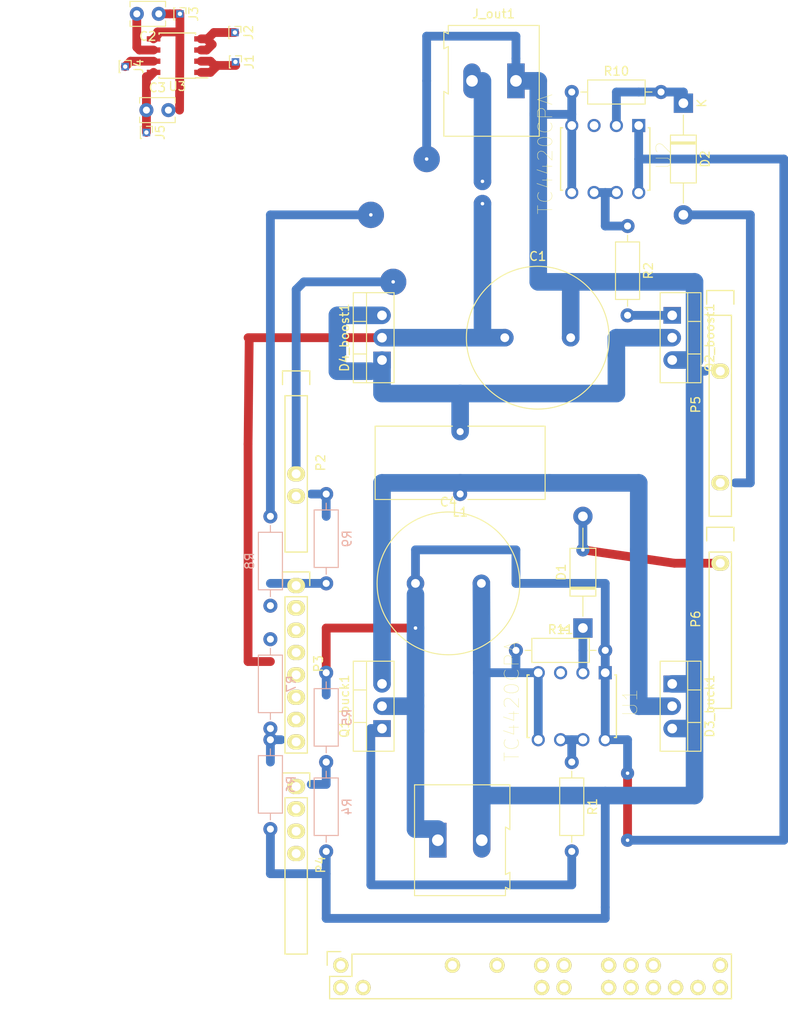
<source format=kicad_pcb>
(kicad_pcb (version 20171130) (host pcbnew 5.0.2-bee76a0~70~ubuntu18.10.1)

  (general
    (thickness 1.6)
    (drawings 0)
    (tracks 170)
    (zones 0)
    (modules 37)
    (nets 28)
  )

  (page A4 portrait)
  (layers
    (0 F.Cu signal)
    (31 B.Cu signal)
    (32 B.Adhes user)
    (33 F.Adhes user)
    (34 B.Paste user)
    (35 F.Paste user)
    (36 B.SilkS user)
    (37 F.SilkS user)
    (38 B.Mask user)
    (39 F.Mask user)
    (40 Dwgs.User user)
    (41 Cmts.User user)
    (42 Eco1.User user)
    (43 Eco2.User user)
    (44 Edge.Cuts user)
    (45 Margin user)
    (46 B.CrtYd user)
    (47 F.CrtYd user)
    (48 B.Fab user)
    (49 F.Fab user hide)
  )

  (setup
    (last_trace_width 1)
    (trace_clearance 0.2)
    (zone_clearance 0.508)
    (zone_45_only no)
    (trace_min 0.2)
    (segment_width 0.2)
    (edge_width 0.1)
    (via_size 1.5)
    (via_drill 0.4)
    (via_min_size 0.4)
    (via_min_drill 0.3)
    (uvia_size 0.3)
    (uvia_drill 0.1)
    (uvias_allowed no)
    (uvia_min_size 0.2)
    (uvia_min_drill 0.1)
    (pcb_text_width 0.3)
    (pcb_text_size 1.5 1.5)
    (mod_edge_width 0.15)
    (mod_text_size 1 1)
    (mod_text_width 0.15)
    (pad_size 0.85 0.85)
    (pad_drill 0.5)
    (pad_to_mask_clearance 0)
    (solder_mask_min_width 0.25)
    (aux_axis_origin 0 0)
    (visible_elements FFFFFF7F)
    (pcbplotparams
      (layerselection 0x010fc_ffffffff)
      (usegerberextensions false)
      (usegerberattributes false)
      (usegerberadvancedattributes false)
      (creategerberjobfile false)
      (excludeedgelayer true)
      (linewidth 0.100000)
      (plotframeref false)
      (viasonmask false)
      (mode 1)
      (useauxorigin false)
      (hpglpennumber 1)
      (hpglpenspeed 20)
      (hpglpendiameter 15.000000)
      (psnegative false)
      (psa4output false)
      (plotreference true)
      (plotvalue true)
      (plotinvisibletext false)
      (padsonsilk false)
      (subtractmaskfromsilk false)
      (outputformat 1)
      (mirror false)
      (drillshape 1)
      (scaleselection 1)
      (outputdirectory ""))
  )

  (net 0 "")
  (net 1 GND)
  (net 2 ADC_VIN)
  (net 3 ADC_VOUT)
  (net 4 ADC_Current)
  (net 5 +5V)
  (net 6 "Net-(D1-Pad2)")
  (net 7 "Net-(U1-Pad3)")
  (net 8 "Net-(R1-Pad1)")
  (net 9 "Net-(R2-Pad1)")
  (net 10 "Net-(U2-Pad3)")
  (net 11 "Net-(D2-Pad2)")
  (net 12 PWM7)
  (net 13 PWM4)
  (net 14 "Net-(C2-Pad2)")
  (net 15 "Net-(Q1_buck1-Pad1)")
  (net 16 "Net-(Q2_boost1-Pad1)")
  (net 17 "Net-(D4_boost1-Pad1)")
  (net 18 "Net-(J1-Pad1)")
  (net 19 "Net-(J2-Pad1)")
  (net 20 GNDREF)
  (net 21 "Net-(C1-Pad1)")
  (net 22 +12V)
  (net 23 "Net-(R9-Pad2)")
  (net 24 "Net-(D3_buck1-Pad2)")
  (net 25 "Net-(R8-Pad2)")
  (net 26 "Net-(R8-Pad1)")
  (net 27 "Net-(C1-Pad2)")

  (net_class Default "This is the default net class."
    (clearance 0.2)
    (trace_width 1)
    (via_dia 1.5)
    (via_drill 0.4)
    (uvia_dia 0.3)
    (uvia_drill 0.1)
    (add_net +12V)
    (add_net +5V)
    (add_net ADC_Current)
    (add_net ADC_VIN)
    (add_net ADC_VOUT)
    (add_net GND)
    (add_net GNDREF)
    (add_net "Net-(C1-Pad1)")
    (add_net "Net-(C1-Pad2)")
    (add_net "Net-(C2-Pad2)")
    (add_net "Net-(D1-Pad2)")
    (add_net "Net-(D2-Pad2)")
    (add_net "Net-(D3_buck1-Pad2)")
    (add_net "Net-(D4_boost1-Pad1)")
    (add_net "Net-(J1-Pad1)")
    (add_net "Net-(J2-Pad1)")
    (add_net "Net-(Q1_buck1-Pad1)")
    (add_net "Net-(Q2_boost1-Pad1)")
    (add_net "Net-(R1-Pad1)")
    (add_net "Net-(R2-Pad1)")
    (add_net "Net-(R8-Pad1)")
    (add_net "Net-(R8-Pad2)")
    (add_net "Net-(R9-Pad2)")
    (add_net "Net-(U1-Pad3)")
    (add_net "Net-(U2-Pad3)")
    (add_net PWM4)
    (add_net PWM7)
  )

  (module Resistor_THT:R_Axial_DIN0207_L6.3mm_D2.5mm_P10.16mm_Horizontal (layer B.Cu) (tedit 5AE5139B) (tstamp 5C51F6E8)
    (at 95.25 124.46 90)
    (descr "Resistor, Axial_DIN0207 series, Axial, Horizontal, pin pitch=10.16mm, 0.25W = 1/4W, length*diameter=6.3*2.5mm^2, http://cdn-reichelt.de/documents/datenblatt/B400/1_4W%23YAG.pdf")
    (tags "Resistor Axial_DIN0207 series Axial Horizontal pin pitch 10.16mm 0.25W = 1/4W length 6.3mm diameter 2.5mm")
    (path /5C4E00AE)
    (fp_text reference R4 (at 5.08 2.37 90) (layer B.SilkS)
      (effects (font (size 1 1) (thickness 0.15)) (justify mirror))
    )
    (fp_text value 10K (at 5.08 -2.37 90) (layer B.Fab)
      (effects (font (size 1 1) (thickness 0.15)) (justify mirror))
    )
    (fp_text user %R (at 5.08 0 90) (layer B.Fab)
      (effects (font (size 1 1) (thickness 0.15)) (justify mirror))
    )
    (fp_line (start 11.21 1.5) (end -1.05 1.5) (layer B.CrtYd) (width 0.05))
    (fp_line (start 11.21 -1.5) (end 11.21 1.5) (layer B.CrtYd) (width 0.05))
    (fp_line (start -1.05 -1.5) (end 11.21 -1.5) (layer B.CrtYd) (width 0.05))
    (fp_line (start -1.05 1.5) (end -1.05 -1.5) (layer B.CrtYd) (width 0.05))
    (fp_line (start 9.12 0) (end 8.35 0) (layer B.SilkS) (width 0.12))
    (fp_line (start 1.04 0) (end 1.81 0) (layer B.SilkS) (width 0.12))
    (fp_line (start 8.35 1.37) (end 1.81 1.37) (layer B.SilkS) (width 0.12))
    (fp_line (start 8.35 -1.37) (end 8.35 1.37) (layer B.SilkS) (width 0.12))
    (fp_line (start 1.81 -1.37) (end 8.35 -1.37) (layer B.SilkS) (width 0.12))
    (fp_line (start 1.81 1.37) (end 1.81 -1.37) (layer B.SilkS) (width 0.12))
    (fp_line (start 10.16 0) (end 8.23 0) (layer B.Fab) (width 0.1))
    (fp_line (start 0 0) (end 1.93 0) (layer B.Fab) (width 0.1))
    (fp_line (start 8.23 1.25) (end 1.93 1.25) (layer B.Fab) (width 0.1))
    (fp_line (start 8.23 -1.25) (end 8.23 1.25) (layer B.Fab) (width 0.1))
    (fp_line (start 1.93 -1.25) (end 8.23 -1.25) (layer B.Fab) (width 0.1))
    (fp_line (start 1.93 1.25) (end 1.93 -1.25) (layer B.Fab) (width 0.1))
    (pad 2 thru_hole oval (at 10.16 0 90) (size 1.6 1.6) (drill 0.8) (layers *.Cu *.Mask)
      (net 2 ADC_VIN))
    (pad 1 thru_hole circle (at 0 0 90) (size 1.6 1.6) (drill 0.8) (layers *.Cu *.Mask)
      (net 1 GND))
    (model ${KISYS3DMOD}/Resistor_THT.3dshapes/R_Axial_DIN0207_L6.3mm_D2.5mm_P10.16mm_Horizontal.wrl
      (at (xyz 0 0 0))
      (scale (xyz 1 1 1))
      (rotate (xyz 0 0 0))
    )
  )

  (module Resistor_THT:R_Axial_DIN0207_L6.3mm_D2.5mm_P10.16mm_Horizontal (layer B.Cu) (tedit 5AE5139B) (tstamp 5C51F6D2)
    (at 95.25 114.3 90)
    (descr "Resistor, Axial_DIN0207 series, Axial, Horizontal, pin pitch=10.16mm, 0.25W = 1/4W, length*diameter=6.3*2.5mm^2, http://cdn-reichelt.de/documents/datenblatt/B400/1_4W%23YAG.pdf")
    (tags "Resistor Axial_DIN0207 series Axial Horizontal pin pitch 10.16mm 0.25W = 1/4W length 6.3mm diameter 2.5mm")
    (path /5C4E3063)
    (fp_text reference R5 (at 5.08 2.37 90) (layer B.SilkS)
      (effects (font (size 1 1) (thickness 0.15)) (justify mirror))
    )
    (fp_text value 100K (at 5.08 -2.37 90) (layer B.Fab)
      (effects (font (size 1 1) (thickness 0.15)) (justify mirror))
    )
    (fp_line (start 1.93 1.25) (end 1.93 -1.25) (layer B.Fab) (width 0.1))
    (fp_line (start 1.93 -1.25) (end 8.23 -1.25) (layer B.Fab) (width 0.1))
    (fp_line (start 8.23 -1.25) (end 8.23 1.25) (layer B.Fab) (width 0.1))
    (fp_line (start 8.23 1.25) (end 1.93 1.25) (layer B.Fab) (width 0.1))
    (fp_line (start 0 0) (end 1.93 0) (layer B.Fab) (width 0.1))
    (fp_line (start 10.16 0) (end 8.23 0) (layer B.Fab) (width 0.1))
    (fp_line (start 1.81 1.37) (end 1.81 -1.37) (layer B.SilkS) (width 0.12))
    (fp_line (start 1.81 -1.37) (end 8.35 -1.37) (layer B.SilkS) (width 0.12))
    (fp_line (start 8.35 -1.37) (end 8.35 1.37) (layer B.SilkS) (width 0.12))
    (fp_line (start 8.35 1.37) (end 1.81 1.37) (layer B.SilkS) (width 0.12))
    (fp_line (start 1.04 0) (end 1.81 0) (layer B.SilkS) (width 0.12))
    (fp_line (start 9.12 0) (end 8.35 0) (layer B.SilkS) (width 0.12))
    (fp_line (start -1.05 1.5) (end -1.05 -1.5) (layer B.CrtYd) (width 0.05))
    (fp_line (start -1.05 -1.5) (end 11.21 -1.5) (layer B.CrtYd) (width 0.05))
    (fp_line (start 11.21 -1.5) (end 11.21 1.5) (layer B.CrtYd) (width 0.05))
    (fp_line (start 11.21 1.5) (end -1.05 1.5) (layer B.CrtYd) (width 0.05))
    (fp_text user %R (at 5.08 0 90) (layer B.Fab)
      (effects (font (size 1 1) (thickness 0.15)) (justify mirror))
    )
    (pad 1 thru_hole circle (at 0 0 90) (size 1.6 1.6) (drill 0.8) (layers *.Cu *.Mask)
      (net 2 ADC_VIN))
    (pad 2 thru_hole oval (at 10.16 0 90) (size 1.6 1.6) (drill 0.8) (layers *.Cu *.Mask)
      (net 22 +12V))
    (model ${KISYS3DMOD}/Resistor_THT.3dshapes/R_Axial_DIN0207_L6.3mm_D2.5mm_P10.16mm_Horizontal.wrl
      (at (xyz 0 0 0))
      (scale (xyz 1 1 1))
      (rotate (xyz 0 0 0))
    )
  )

  (module Resistor_THT:R_Axial_DIN0207_L6.3mm_D2.5mm_P10.16mm_Horizontal (layer B.Cu) (tedit 5AE5139B) (tstamp 5C51F6BC)
    (at 88.9 121.92 90)
    (descr "Resistor, Axial_DIN0207 series, Axial, Horizontal, pin pitch=10.16mm, 0.25W = 1/4W, length*diameter=6.3*2.5mm^2, http://cdn-reichelt.de/documents/datenblatt/B400/1_4W%23YAG.pdf")
    (tags "Resistor Axial_DIN0207 series Axial Horizontal pin pitch 10.16mm 0.25W = 1/4W length 6.3mm diameter 2.5mm")
    (path /5C503287)
    (fp_text reference R6 (at 5.08 2.37 90) (layer B.SilkS)
      (effects (font (size 1 1) (thickness 0.15)) (justify mirror))
    )
    (fp_text value 10K (at 5.08 -2.37 90) (layer B.Fab)
      (effects (font (size 1 1) (thickness 0.15)) (justify mirror))
    )
    (fp_text user %R (at 5.08 0 90) (layer B.Fab)
      (effects (font (size 1 1) (thickness 0.15)) (justify mirror))
    )
    (fp_line (start 11.21 1.5) (end -1.05 1.5) (layer B.CrtYd) (width 0.05))
    (fp_line (start 11.21 -1.5) (end 11.21 1.5) (layer B.CrtYd) (width 0.05))
    (fp_line (start -1.05 -1.5) (end 11.21 -1.5) (layer B.CrtYd) (width 0.05))
    (fp_line (start -1.05 1.5) (end -1.05 -1.5) (layer B.CrtYd) (width 0.05))
    (fp_line (start 9.12 0) (end 8.35 0) (layer B.SilkS) (width 0.12))
    (fp_line (start 1.04 0) (end 1.81 0) (layer B.SilkS) (width 0.12))
    (fp_line (start 8.35 1.37) (end 1.81 1.37) (layer B.SilkS) (width 0.12))
    (fp_line (start 8.35 -1.37) (end 8.35 1.37) (layer B.SilkS) (width 0.12))
    (fp_line (start 1.81 -1.37) (end 8.35 -1.37) (layer B.SilkS) (width 0.12))
    (fp_line (start 1.81 1.37) (end 1.81 -1.37) (layer B.SilkS) (width 0.12))
    (fp_line (start 10.16 0) (end 8.23 0) (layer B.Fab) (width 0.1))
    (fp_line (start 0 0) (end 1.93 0) (layer B.Fab) (width 0.1))
    (fp_line (start 8.23 1.25) (end 1.93 1.25) (layer B.Fab) (width 0.1))
    (fp_line (start 8.23 -1.25) (end 8.23 1.25) (layer B.Fab) (width 0.1))
    (fp_line (start 1.93 -1.25) (end 8.23 -1.25) (layer B.Fab) (width 0.1))
    (fp_line (start 1.93 1.25) (end 1.93 -1.25) (layer B.Fab) (width 0.1))
    (pad 2 thru_hole oval (at 10.16 0 90) (size 1.6 1.6) (drill 0.8) (layers *.Cu *.Mask)
      (net 3 ADC_VOUT))
    (pad 1 thru_hole circle (at 0 0 90) (size 1.6 1.6) (drill 0.8) (layers *.Cu *.Mask)
      (net 1 GND))
    (model ${KISYS3DMOD}/Resistor_THT.3dshapes/R_Axial_DIN0207_L6.3mm_D2.5mm_P10.16mm_Horizontal.wrl
      (at (xyz 0 0 0))
      (scale (xyz 1 1 1))
      (rotate (xyz 0 0 0))
    )
  )

  (module Resistor_THT:R_Axial_DIN0207_L6.3mm_D2.5mm_P10.16mm_Horizontal (layer B.Cu) (tedit 5AE5139B) (tstamp 5C51F6A6)
    (at 88.9 110.49 90)
    (descr "Resistor, Axial_DIN0207 series, Axial, Horizontal, pin pitch=10.16mm, 0.25W = 1/4W, length*diameter=6.3*2.5mm^2, http://cdn-reichelt.de/documents/datenblatt/B400/1_4W%23YAG.pdf")
    (tags "Resistor Axial_DIN0207 series Axial Horizontal pin pitch 10.16mm 0.25W = 1/4W length 6.3mm diameter 2.5mm")
    (path /5C50328E)
    (fp_text reference R7 (at 5.08 2.37 90) (layer B.SilkS)
      (effects (font (size 1 1) (thickness 0.15)) (justify mirror))
    )
    (fp_text value 100K (at 5.08 -2.37 90) (layer B.Fab)
      (effects (font (size 1 1) (thickness 0.15)) (justify mirror))
    )
    (fp_line (start 1.93 1.25) (end 1.93 -1.25) (layer B.Fab) (width 0.1))
    (fp_line (start 1.93 -1.25) (end 8.23 -1.25) (layer B.Fab) (width 0.1))
    (fp_line (start 8.23 -1.25) (end 8.23 1.25) (layer B.Fab) (width 0.1))
    (fp_line (start 8.23 1.25) (end 1.93 1.25) (layer B.Fab) (width 0.1))
    (fp_line (start 0 0) (end 1.93 0) (layer B.Fab) (width 0.1))
    (fp_line (start 10.16 0) (end 8.23 0) (layer B.Fab) (width 0.1))
    (fp_line (start 1.81 1.37) (end 1.81 -1.37) (layer B.SilkS) (width 0.12))
    (fp_line (start 1.81 -1.37) (end 8.35 -1.37) (layer B.SilkS) (width 0.12))
    (fp_line (start 8.35 -1.37) (end 8.35 1.37) (layer B.SilkS) (width 0.12))
    (fp_line (start 8.35 1.37) (end 1.81 1.37) (layer B.SilkS) (width 0.12))
    (fp_line (start 1.04 0) (end 1.81 0) (layer B.SilkS) (width 0.12))
    (fp_line (start 9.12 0) (end 8.35 0) (layer B.SilkS) (width 0.12))
    (fp_line (start -1.05 1.5) (end -1.05 -1.5) (layer B.CrtYd) (width 0.05))
    (fp_line (start -1.05 -1.5) (end 11.21 -1.5) (layer B.CrtYd) (width 0.05))
    (fp_line (start 11.21 -1.5) (end 11.21 1.5) (layer B.CrtYd) (width 0.05))
    (fp_line (start 11.21 1.5) (end -1.05 1.5) (layer B.CrtYd) (width 0.05))
    (fp_text user %R (at 5.08 0 90) (layer B.Fab)
      (effects (font (size 1 1) (thickness 0.15)) (justify mirror))
    )
    (pad 1 thru_hole circle (at 0 0 90) (size 1.6 1.6) (drill 0.8) (layers *.Cu *.Mask)
      (net 3 ADC_VOUT))
    (pad 2 thru_hole oval (at 10.16 0 90) (size 1.6 1.6) (drill 0.8) (layers *.Cu *.Mask)
      (net 21 "Net-(C1-Pad1)"))
    (model ${KISYS3DMOD}/Resistor_THT.3dshapes/R_Axial_DIN0207_L6.3mm_D2.5mm_P10.16mm_Horizontal.wrl
      (at (xyz 0 0 0))
      (scale (xyz 1 1 1))
      (rotate (xyz 0 0 0))
    )
  )

  (module Resistor_THT:R_Axial_DIN0207_L6.3mm_D2.5mm_P10.16mm_Horizontal (layer B.Cu) (tedit 5AE5139B) (tstamp 5C51F664)
    (at 88.9 86.36 270)
    (descr "Resistor, Axial_DIN0207 series, Axial, Horizontal, pin pitch=10.16mm, 0.25W = 1/4W, length*diameter=6.3*2.5mm^2, http://cdn-reichelt.de/documents/datenblatt/B400/1_4W%23YAG.pdf")
    (tags "Resistor Axial_DIN0207 series Axial Horizontal pin pitch 10.16mm 0.25W = 1/4W length 6.3mm diameter 2.5mm")
    (path /5C4FC5A0)
    (fp_text reference R8 (at 5.08 2.37 270) (layer B.SilkS)
      (effects (font (size 1 1) (thickness 0.15)) (justify mirror))
    )
    (fp_text value 10K (at 5.08 -2.37 270) (layer B.Fab)
      (effects (font (size 1 1) (thickness 0.15)) (justify mirror))
    )
    (fp_text user %R (at 5.08 0 270) (layer B.Fab)
      (effects (font (size 1 1) (thickness 0.15)) (justify mirror))
    )
    (fp_line (start 11.21 1.5) (end -1.05 1.5) (layer B.CrtYd) (width 0.05))
    (fp_line (start 11.21 -1.5) (end 11.21 1.5) (layer B.CrtYd) (width 0.05))
    (fp_line (start -1.05 -1.5) (end 11.21 -1.5) (layer B.CrtYd) (width 0.05))
    (fp_line (start -1.05 1.5) (end -1.05 -1.5) (layer B.CrtYd) (width 0.05))
    (fp_line (start 9.12 0) (end 8.35 0) (layer B.SilkS) (width 0.12))
    (fp_line (start 1.04 0) (end 1.81 0) (layer B.SilkS) (width 0.12))
    (fp_line (start 8.35 1.37) (end 1.81 1.37) (layer B.SilkS) (width 0.12))
    (fp_line (start 8.35 -1.37) (end 8.35 1.37) (layer B.SilkS) (width 0.12))
    (fp_line (start 1.81 -1.37) (end 8.35 -1.37) (layer B.SilkS) (width 0.12))
    (fp_line (start 1.81 1.37) (end 1.81 -1.37) (layer B.SilkS) (width 0.12))
    (fp_line (start 10.16 0) (end 8.23 0) (layer B.Fab) (width 0.1))
    (fp_line (start 0 0) (end 1.93 0) (layer B.Fab) (width 0.1))
    (fp_line (start 8.23 1.25) (end 1.93 1.25) (layer B.Fab) (width 0.1))
    (fp_line (start 8.23 -1.25) (end 8.23 1.25) (layer B.Fab) (width 0.1))
    (fp_line (start 1.93 -1.25) (end 8.23 -1.25) (layer B.Fab) (width 0.1))
    (fp_line (start 1.93 1.25) (end 1.93 -1.25) (layer B.Fab) (width 0.1))
    (pad 2 thru_hole oval (at 10.16 0 270) (size 1.6 1.6) (drill 0.8) (layers *.Cu *.Mask)
      (net 25 "Net-(R8-Pad2)"))
    (pad 1 thru_hole circle (at 0 0 270) (size 1.6 1.6) (drill 0.8) (layers *.Cu *.Mask)
      (net 26 "Net-(R8-Pad1)"))
    (model ${KISYS3DMOD}/Resistor_THT.3dshapes/R_Axial_DIN0207_L6.3mm_D2.5mm_P10.16mm_Horizontal.wrl
      (at (xyz 0 0 0))
      (scale (xyz 1 1 1))
      (rotate (xyz 0 0 0))
    )
  )

  (module Resistor_THT:R_Axial_DIN0207_L6.3mm_D2.5mm_P10.16mm_Horizontal (layer B.Cu) (tedit 5AE5139B) (tstamp 5C51F64E)
    (at 95.25 93.98 90)
    (descr "Resistor, Axial_DIN0207 series, Axial, Horizontal, pin pitch=10.16mm, 0.25W = 1/4W, length*diameter=6.3*2.5mm^2, http://cdn-reichelt.de/documents/datenblatt/B400/1_4W%23YAG.pdf")
    (tags "Resistor Axial_DIN0207 series Axial Horizontal pin pitch 10.16mm 0.25W = 1/4W length 6.3mm diameter 2.5mm")
    (path /5C4FC5A7)
    (fp_text reference R9 (at 5.08 2.37 90) (layer B.SilkS)
      (effects (font (size 1 1) (thickness 0.15)) (justify mirror))
    )
    (fp_text value 10K (at 5.08 -2.37 90) (layer B.Fab)
      (effects (font (size 1 1) (thickness 0.15)) (justify mirror))
    )
    (fp_line (start 1.93 1.25) (end 1.93 -1.25) (layer B.Fab) (width 0.1))
    (fp_line (start 1.93 -1.25) (end 8.23 -1.25) (layer B.Fab) (width 0.1))
    (fp_line (start 8.23 -1.25) (end 8.23 1.25) (layer B.Fab) (width 0.1))
    (fp_line (start 8.23 1.25) (end 1.93 1.25) (layer B.Fab) (width 0.1))
    (fp_line (start 0 0) (end 1.93 0) (layer B.Fab) (width 0.1))
    (fp_line (start 10.16 0) (end 8.23 0) (layer B.Fab) (width 0.1))
    (fp_line (start 1.81 1.37) (end 1.81 -1.37) (layer B.SilkS) (width 0.12))
    (fp_line (start 1.81 -1.37) (end 8.35 -1.37) (layer B.SilkS) (width 0.12))
    (fp_line (start 8.35 -1.37) (end 8.35 1.37) (layer B.SilkS) (width 0.12))
    (fp_line (start 8.35 1.37) (end 1.81 1.37) (layer B.SilkS) (width 0.12))
    (fp_line (start 1.04 0) (end 1.81 0) (layer B.SilkS) (width 0.12))
    (fp_line (start 9.12 0) (end 8.35 0) (layer B.SilkS) (width 0.12))
    (fp_line (start -1.05 1.5) (end -1.05 -1.5) (layer B.CrtYd) (width 0.05))
    (fp_line (start -1.05 -1.5) (end 11.21 -1.5) (layer B.CrtYd) (width 0.05))
    (fp_line (start 11.21 -1.5) (end 11.21 1.5) (layer B.CrtYd) (width 0.05))
    (fp_line (start 11.21 1.5) (end -1.05 1.5) (layer B.CrtYd) (width 0.05))
    (fp_text user %R (at 5.08 0 90) (layer B.Fab)
      (effects (font (size 1 1) (thickness 0.15)) (justify mirror))
    )
    (pad 1 thru_hole circle (at 0 0 90) (size 1.6 1.6) (drill 0.8) (layers *.Cu *.Mask)
      (net 25 "Net-(R8-Pad2)"))
    (pad 2 thru_hole oval (at 10.16 0 90) (size 1.6 1.6) (drill 0.8) (layers *.Cu *.Mask)
      (net 23 "Net-(R9-Pad2)"))
    (model ${KISYS3DMOD}/Resistor_THT.3dshapes/R_Axial_DIN0207_L6.3mm_D2.5mm_P10.16mm_Horizontal.wrl
      (at (xyz 0 0 0))
      (scale (xyz 1 1 1))
      (rotate (xyz 0 0 0))
    )
  )

  (module Resistor_THT:R_Axial_DIN0207_L6.3mm_D2.5mm_P10.16mm_Horizontal (layer F.Cu) (tedit 5AE5139B) (tstamp 5C51F638)
    (at 123.19 38.1)
    (descr "Resistor, Axial_DIN0207 series, Axial, Horizontal, pin pitch=10.16mm, 0.25W = 1/4W, length*diameter=6.3*2.5mm^2, http://cdn-reichelt.de/documents/datenblatt/B400/1_4W%23YAG.pdf")
    (tags "Resistor Axial_DIN0207 series Axial Horizontal pin pitch 10.16mm 0.25W = 1/4W length 6.3mm diameter 2.5mm")
    (path /5C4D6466)
    (fp_text reference R10 (at 5.08 -2.37) (layer F.SilkS)
      (effects (font (size 1 1) (thickness 0.15)))
    )
    (fp_text value 10K (at 5.08 2.37) (layer F.Fab)
      (effects (font (size 1 1) (thickness 0.15)))
    )
    (fp_text user %R (at 5.08 0) (layer F.Fab)
      (effects (font (size 1 1) (thickness 0.15)))
    )
    (fp_line (start 11.21 -1.5) (end -1.05 -1.5) (layer F.CrtYd) (width 0.05))
    (fp_line (start 11.21 1.5) (end 11.21 -1.5) (layer F.CrtYd) (width 0.05))
    (fp_line (start -1.05 1.5) (end 11.21 1.5) (layer F.CrtYd) (width 0.05))
    (fp_line (start -1.05 -1.5) (end -1.05 1.5) (layer F.CrtYd) (width 0.05))
    (fp_line (start 9.12 0) (end 8.35 0) (layer F.SilkS) (width 0.12))
    (fp_line (start 1.04 0) (end 1.81 0) (layer F.SilkS) (width 0.12))
    (fp_line (start 8.35 -1.37) (end 1.81 -1.37) (layer F.SilkS) (width 0.12))
    (fp_line (start 8.35 1.37) (end 8.35 -1.37) (layer F.SilkS) (width 0.12))
    (fp_line (start 1.81 1.37) (end 8.35 1.37) (layer F.SilkS) (width 0.12))
    (fp_line (start 1.81 -1.37) (end 1.81 1.37) (layer F.SilkS) (width 0.12))
    (fp_line (start 10.16 0) (end 8.23 0) (layer F.Fab) (width 0.1))
    (fp_line (start 0 0) (end 1.93 0) (layer F.Fab) (width 0.1))
    (fp_line (start 8.23 -1.25) (end 1.93 -1.25) (layer F.Fab) (width 0.1))
    (fp_line (start 8.23 1.25) (end 8.23 -1.25) (layer F.Fab) (width 0.1))
    (fp_line (start 1.93 1.25) (end 8.23 1.25) (layer F.Fab) (width 0.1))
    (fp_line (start 1.93 -1.25) (end 1.93 1.25) (layer F.Fab) (width 0.1))
    (pad 2 thru_hole oval (at 10.16 0) (size 1.6 1.6) (drill 0.8) (layers *.Cu *.Mask)
      (net 11 "Net-(D2-Pad2)"))
    (pad 1 thru_hole circle (at 0 0) (size 1.6 1.6) (drill 0.8) (layers *.Cu *.Mask)
      (net 1 GND))
    (model ${KISYS3DMOD}/Resistor_THT.3dshapes/R_Axial_DIN0207_L6.3mm_D2.5mm_P10.16mm_Horizontal.wrl
      (at (xyz 0 0 0))
      (scale (xyz 1 1 1))
      (rotate (xyz 0 0 0))
    )
  )

  (module Resistor_THT:R_Axial_DIN0207_L6.3mm_D2.5mm_P10.16mm_Horizontal (layer F.Cu) (tedit 5AE5139B) (tstamp 5C51F622)
    (at 116.84 101.6)
    (descr "Resistor, Axial_DIN0207 series, Axial, Horizontal, pin pitch=10.16mm, 0.25W = 1/4W, length*diameter=6.3*2.5mm^2, http://cdn-reichelt.de/documents/datenblatt/B400/1_4W%23YAG.pdf")
    (tags "Resistor Axial_DIN0207 series Axial Horizontal pin pitch 10.16mm 0.25W = 1/4W length 6.3mm diameter 2.5mm")
    (path /5C4EC602)
    (fp_text reference R11 (at 5.08 -2.37) (layer F.SilkS)
      (effects (font (size 1 1) (thickness 0.15)))
    )
    (fp_text value 10K (at 5.08 2.37) (layer F.Fab)
      (effects (font (size 1 1) (thickness 0.15)))
    )
    (fp_line (start 1.93 -1.25) (end 1.93 1.25) (layer F.Fab) (width 0.1))
    (fp_line (start 1.93 1.25) (end 8.23 1.25) (layer F.Fab) (width 0.1))
    (fp_line (start 8.23 1.25) (end 8.23 -1.25) (layer F.Fab) (width 0.1))
    (fp_line (start 8.23 -1.25) (end 1.93 -1.25) (layer F.Fab) (width 0.1))
    (fp_line (start 0 0) (end 1.93 0) (layer F.Fab) (width 0.1))
    (fp_line (start 10.16 0) (end 8.23 0) (layer F.Fab) (width 0.1))
    (fp_line (start 1.81 -1.37) (end 1.81 1.37) (layer F.SilkS) (width 0.12))
    (fp_line (start 1.81 1.37) (end 8.35 1.37) (layer F.SilkS) (width 0.12))
    (fp_line (start 8.35 1.37) (end 8.35 -1.37) (layer F.SilkS) (width 0.12))
    (fp_line (start 8.35 -1.37) (end 1.81 -1.37) (layer F.SilkS) (width 0.12))
    (fp_line (start 1.04 0) (end 1.81 0) (layer F.SilkS) (width 0.12))
    (fp_line (start 9.12 0) (end 8.35 0) (layer F.SilkS) (width 0.12))
    (fp_line (start -1.05 -1.5) (end -1.05 1.5) (layer F.CrtYd) (width 0.05))
    (fp_line (start -1.05 1.5) (end 11.21 1.5) (layer F.CrtYd) (width 0.05))
    (fp_line (start 11.21 1.5) (end 11.21 -1.5) (layer F.CrtYd) (width 0.05))
    (fp_line (start 11.21 -1.5) (end -1.05 -1.5) (layer F.CrtYd) (width 0.05))
    (fp_text user %R (at 5.08 0) (layer F.Fab)
      (effects (font (size 1 1) (thickness 0.15)))
    )
    (pad 1 thru_hole circle (at 0 0) (size 1.6 1.6) (drill 0.8) (layers *.Cu *.Mask)
      (net 1 GND))
    (pad 2 thru_hole oval (at 10.16 0) (size 1.6 1.6) (drill 0.8) (layers *.Cu *.Mask)
      (net 6 "Net-(D1-Pad2)"))
    (model ${KISYS3DMOD}/Resistor_THT.3dshapes/R_Axial_DIN0207_L6.3mm_D2.5mm_P10.16mm_Horizontal.wrl
      (at (xyz 0 0 0))
      (scale (xyz 1 1 1))
      (rotate (xyz 0 0 0))
    )
  )

  (module Resistor_THT:R_Axial_DIN0207_L6.3mm_D2.5mm_P10.16mm_Horizontal (layer F.Cu) (tedit 5AE5139B) (tstamp 5C5C2DCE)
    (at 123.19 114.3 270)
    (descr "Resistor, Axial_DIN0207 series, Axial, Horizontal, pin pitch=10.16mm, 0.25W = 1/4W, length*diameter=6.3*2.5mm^2, http://cdn-reichelt.de/documents/datenblatt/B400/1_4W%23YAG.pdf")
    (tags "Resistor Axial_DIN0207 series Axial Horizontal pin pitch 10.16mm 0.25W = 1/4W length 6.3mm diameter 2.5mm")
    (path /5C4A99E2)
    (fp_text reference R1 (at 5.08 -2.37 270) (layer F.SilkS)
      (effects (font (size 1 1) (thickness 0.15)))
    )
    (fp_text value 47R (at 5.08 2.37 270) (layer F.Fab)
      (effects (font (size 1 1) (thickness 0.15)))
    )
    (fp_text user %R (at 5.08 0 270) (layer F.Fab)
      (effects (font (size 1 1) (thickness 0.15)))
    )
    (fp_line (start 11.21 -1.5) (end -1.05 -1.5) (layer F.CrtYd) (width 0.05))
    (fp_line (start 11.21 1.5) (end 11.21 -1.5) (layer F.CrtYd) (width 0.05))
    (fp_line (start -1.05 1.5) (end 11.21 1.5) (layer F.CrtYd) (width 0.05))
    (fp_line (start -1.05 -1.5) (end -1.05 1.5) (layer F.CrtYd) (width 0.05))
    (fp_line (start 9.12 0) (end 8.35 0) (layer F.SilkS) (width 0.12))
    (fp_line (start 1.04 0) (end 1.81 0) (layer F.SilkS) (width 0.12))
    (fp_line (start 8.35 -1.37) (end 1.81 -1.37) (layer F.SilkS) (width 0.12))
    (fp_line (start 8.35 1.37) (end 8.35 -1.37) (layer F.SilkS) (width 0.12))
    (fp_line (start 1.81 1.37) (end 8.35 1.37) (layer F.SilkS) (width 0.12))
    (fp_line (start 1.81 -1.37) (end 1.81 1.37) (layer F.SilkS) (width 0.12))
    (fp_line (start 10.16 0) (end 8.23 0) (layer F.Fab) (width 0.1))
    (fp_line (start 0 0) (end 1.93 0) (layer F.Fab) (width 0.1))
    (fp_line (start 8.23 -1.25) (end 1.93 -1.25) (layer F.Fab) (width 0.1))
    (fp_line (start 8.23 1.25) (end 8.23 -1.25) (layer F.Fab) (width 0.1))
    (fp_line (start 1.93 1.25) (end 8.23 1.25) (layer F.Fab) (width 0.1))
    (fp_line (start 1.93 -1.25) (end 1.93 1.25) (layer F.Fab) (width 0.1))
    (pad 2 thru_hole oval (at 10.16 0 270) (size 1.6 1.6) (drill 0.8) (layers *.Cu *.Mask)
      (net 15 "Net-(Q1_buck1-Pad1)"))
    (pad 1 thru_hole circle (at 0 0 270) (size 1.6 1.6) (drill 0.8) (layers *.Cu *.Mask)
      (net 8 "Net-(R1-Pad1)"))
    (model ${KISYS3DMOD}/Resistor_THT.3dshapes/R_Axial_DIN0207_L6.3mm_D2.5mm_P10.16mm_Horizontal.wrl
      (at (xyz 0 0 0))
      (scale (xyz 1 1 1))
      (rotate (xyz 0 0 0))
    )
  )

  (module Resistor_THT:R_Axial_DIN0207_L6.3mm_D2.5mm_P10.16mm_Horizontal (layer F.Cu) (tedit 5AE5139B) (tstamp 5C5C2DE7)
    (at 129.54 53.34 270)
    (descr "Resistor, Axial_DIN0207 series, Axial, Horizontal, pin pitch=10.16mm, 0.25W = 1/4W, length*diameter=6.3*2.5mm^2, http://cdn-reichelt.de/documents/datenblatt/B400/1_4W%23YAG.pdf")
    (tags "Resistor Axial_DIN0207 series Axial Horizontal pin pitch 10.16mm 0.25W = 1/4W length 6.3mm diameter 2.5mm")
    (path /5C4B4F3D)
    (fp_text reference R2 (at 5.08 -2.37 270) (layer F.SilkS)
      (effects (font (size 1 1) (thickness 0.15)))
    )
    (fp_text value 47R (at 5.08 2.37 270) (layer F.Fab)
      (effects (font (size 1 1) (thickness 0.15)))
    )
    (fp_text user %R (at 5.08 0 270) (layer F.Fab)
      (effects (font (size 1 1) (thickness 0.15)))
    )
    (fp_line (start 11.21 -1.5) (end -1.05 -1.5) (layer F.CrtYd) (width 0.05))
    (fp_line (start 11.21 1.5) (end 11.21 -1.5) (layer F.CrtYd) (width 0.05))
    (fp_line (start -1.05 1.5) (end 11.21 1.5) (layer F.CrtYd) (width 0.05))
    (fp_line (start -1.05 -1.5) (end -1.05 1.5) (layer F.CrtYd) (width 0.05))
    (fp_line (start 9.12 0) (end 8.35 0) (layer F.SilkS) (width 0.12))
    (fp_line (start 1.04 0) (end 1.81 0) (layer F.SilkS) (width 0.12))
    (fp_line (start 8.35 -1.37) (end 1.81 -1.37) (layer F.SilkS) (width 0.12))
    (fp_line (start 8.35 1.37) (end 8.35 -1.37) (layer F.SilkS) (width 0.12))
    (fp_line (start 1.81 1.37) (end 8.35 1.37) (layer F.SilkS) (width 0.12))
    (fp_line (start 1.81 -1.37) (end 1.81 1.37) (layer F.SilkS) (width 0.12))
    (fp_line (start 10.16 0) (end 8.23 0) (layer F.Fab) (width 0.1))
    (fp_line (start 0 0) (end 1.93 0) (layer F.Fab) (width 0.1))
    (fp_line (start 8.23 -1.25) (end 1.93 -1.25) (layer F.Fab) (width 0.1))
    (fp_line (start 8.23 1.25) (end 8.23 -1.25) (layer F.Fab) (width 0.1))
    (fp_line (start 1.93 1.25) (end 8.23 1.25) (layer F.Fab) (width 0.1))
    (fp_line (start 1.93 -1.25) (end 1.93 1.25) (layer F.Fab) (width 0.1))
    (pad 2 thru_hole oval (at 10.16 0 270) (size 1.6 1.6) (drill 0.8) (layers *.Cu *.Mask)
      (net 16 "Net-(Q2_boost1-Pad1)"))
    (pad 1 thru_hole circle (at 0 0 270) (size 1.6 1.6) (drill 0.8) (layers *.Cu *.Mask)
      (net 9 "Net-(R2-Pad1)"))
    (model ${KISYS3DMOD}/Resistor_THT.3dshapes/R_Axial_DIN0207_L6.3mm_D2.5mm_P10.16mm_Horizontal.wrl
      (at (xyz 0 0 0))
      (scale (xyz 1 1 1))
      (rotate (xyz 0 0 0))
    )
  )

  (module Socket_Arduino_Mega:Socket_Strip_Arduino_1x08 locked (layer F.Cu) (tedit 5C4D05E1) (tstamp 5C4A61D8)
    (at 91.830917 94.228441 270)
    (descr "Through hole socket strip")
    (tags "socket strip")
    (path /56D72F1C)
    (fp_text reference P3 (at 8.89 -2.54 270) (layer F.SilkS)
      (effects (font (size 1 1) (thickness 0.15)))
    )
    (fp_text value Analog (at 8.89 -4.318 270) (layer F.Fab)
      (effects (font (size 1 1) (thickness 0.15)))
    )
    (fp_line (start -1.75 -1.75) (end -1.75 1.75) (layer F.CrtYd) (width 0.05))
    (fp_line (start 19.55 -1.75) (end 19.55 1.75) (layer F.CrtYd) (width 0.05))
    (fp_line (start -1.75 -1.75) (end 19.55 -1.75) (layer F.CrtYd) (width 0.05))
    (fp_line (start -1.75 1.75) (end 19.55 1.75) (layer F.CrtYd) (width 0.05))
    (fp_line (start 1.27 1.27) (end 19.05 1.27) (layer F.SilkS) (width 0.15))
    (fp_line (start 19.05 1.27) (end 19.05 -1.27) (layer F.SilkS) (width 0.15))
    (fp_line (start 19.05 -1.27) (end 1.27 -1.27) (layer F.SilkS) (width 0.15))
    (fp_line (start -1.55 1.55) (end 0 1.55) (layer F.SilkS) (width 0.15))
    (fp_line (start 1.27 1.27) (end 1.27 -1.27) (layer F.SilkS) (width 0.15))
    (fp_line (start 0 -1.55) (end -1.55 -1.55) (layer F.SilkS) (width 0.15))
    (fp_line (start -1.55 -1.55) (end -1.55 1.55) (layer F.SilkS) (width 0.15))
    (pad 1 thru_hole oval (at 0 0 270) (size 1.7272 2.032) (drill 1.016) (layers *.Cu *.Mask F.SilkS))
    (pad 5 thru_hole oval (at 10.16 0 270) (size 1.7272 2.032) (drill 1.016) (layers *.Cu *.Mask F.SilkS))
    (pad 1 thru_hole oval (at 2.54 0 270) (size 1.7272 2.032) (drill 1.016) (layers *.Cu *.Mask F.SilkS))
    (pad 1 thru_hole oval (at 5.08 0 270) (size 1.7272 2.032) (drill 1.016) (layers *.Cu *.Mask F.SilkS))
    (pad 1 thru_hole oval (at 7.62 0 270) (size 1.7272 2.032) (drill 1.016) (layers *.Cu *.Mask F.SilkS))
    (pad 1 thru_hole oval (at 12.7 0 270) (size 1.7272 2.032) (drill 1.016) (layers *.Cu *.Mask F.SilkS))
    (pad 1 thru_hole oval (at 15.24 0 270) (size 1.7272 2.032) (drill 1.016) (layers *.Cu *.Mask F.SilkS))
    (pad 1 thru_hole oval (at 17.78 0 270) (size 1.7272 2.032) (drill 1.016) (layers *.Cu *.Mask F.SilkS))
  )

  (module Socket_Arduino_Mega:Socket_Strip_Arduino_1x08 locked (layer F.Cu) (tedit 5C4CF931) (tstamp 5C4A620F)
    (at 91.830917 117.088441 270)
    (descr "Through hole socket strip")
    (tags "socket strip")
    (path /56D73A0E)
    (fp_text reference P4 (at 8.89 -2.794 270) (layer F.SilkS)
      (effects (font (size 1 1) (thickness 0.15)))
    )
    (fp_text value Analog (at 8.89 -4.318 270) (layer F.Fab)
      (effects (font (size 1 1) (thickness 0.15)))
    )
    (fp_line (start -1.75 -1.75) (end -1.75 1.75) (layer F.CrtYd) (width 0.05))
    (fp_line (start 19.55 -1.75) (end 19.55 1.75) (layer F.CrtYd) (width 0.05))
    (fp_line (start -1.75 -1.75) (end 19.55 -1.75) (layer F.CrtYd) (width 0.05))
    (fp_line (start -1.75 1.75) (end 19.55 1.75) (layer F.CrtYd) (width 0.05))
    (fp_line (start 1.27 1.27) (end 19.05 1.27) (layer F.SilkS) (width 0.15))
    (fp_line (start 19.05 1.27) (end 19.05 -1.27) (layer F.SilkS) (width 0.15))
    (fp_line (start 19.05 -1.27) (end 1.27 -1.27) (layer F.SilkS) (width 0.15))
    (fp_line (start -1.55 1.55) (end 0 1.55) (layer F.SilkS) (width 0.15))
    (fp_line (start 1.27 1.27) (end 1.27 -1.27) (layer F.SilkS) (width 0.15))
    (fp_line (start 0 -1.55) (end -1.55 -1.55) (layer F.SilkS) (width 0.15))
    (fp_line (start -1.55 -1.55) (end -1.55 1.55) (layer F.SilkS) (width 0.15))
    (pad 4 thru_hole oval (at 0 0 270) (size 1.7272 2.032) (drill 1.016) (layers *.Cu *.Mask F.SilkS))
    (pad 4 thru_hole oval (at 2.54 0 270) (size 1.7272 2.032) (drill 1.016) (layers *.Cu *.Mask F.SilkS))
    (pad 4 thru_hole oval (at 5.08 0 270) (size 1.7272 2.032) (drill 1.016) (layers *.Cu *.Mask F.SilkS))
    (pad 4 thru_hole oval (at 7.62 0 270) (size 1.7272 2.032) (drill 1.016) (layers *.Cu *.Mask F.SilkS))
  )

  (module Socket_Arduino_Mega:Socket_Strip_Arduino_1x08 locked (layer F.Cu) (tedit 5C4BE3A6) (tstamp 5C4A6285)
    (at 91.830917 71.368441 270)
    (descr "Through hole socket strip")
    (tags "socket strip")
    (path /56D71773)
    (fp_text reference P2 (at 8.89 -2.794 270) (layer F.SilkS)
      (effects (font (size 1 1) (thickness 0.15)))
    )
    (fp_text value Power (at 8.89 -4.318 270) (layer F.Fab)
      (effects (font (size 1 1) (thickness 0.15)))
    )
    (fp_line (start -1.75 -1.75) (end -1.75 1.75) (layer F.CrtYd) (width 0.05))
    (fp_line (start 19.55 -1.75) (end 19.55 1.75) (layer F.CrtYd) (width 0.05))
    (fp_line (start -1.75 -1.75) (end 19.55 -1.75) (layer F.CrtYd) (width 0.05))
    (fp_line (start -1.75 1.75) (end 19.55 1.75) (layer F.CrtYd) (width 0.05))
    (fp_line (start 1.27 1.27) (end 19.05 1.27) (layer F.SilkS) (width 0.15))
    (fp_line (start 19.05 1.27) (end 19.05 -1.27) (layer F.SilkS) (width 0.15))
    (fp_line (start 19.05 -1.27) (end 1.27 -1.27) (layer F.SilkS) (width 0.15))
    (fp_line (start -1.55 1.55) (end 0 1.55) (layer F.SilkS) (width 0.15))
    (fp_line (start 1.27 1.27) (end 1.27 -1.27) (layer F.SilkS) (width 0.15))
    (fp_line (start 0 -1.55) (end -1.55 -1.55) (layer F.SilkS) (width 0.15))
    (fp_line (start -1.55 -1.55) (end -1.55 1.55) (layer F.SilkS) (width 0.15))
    (pad 5 thru_hole oval (at 10.16 0 270) (size 1.7272 2.032) (drill 1.016) (layers *.Cu *.Mask F.SilkS))
    (pad 6 thru_hole oval (at 12.7 0 270) (size 1.7272 2.032) (drill 1.016) (layers *.Cu *.Mask F.SilkS))
  )

  (module TerminalBlock:TerminalBlock_Altech_AK300-2_P5.00mm (layer F.Cu) (tedit 59FF0306) (tstamp 5C4C6301)
    (at 116.84 36.83 180)
    (descr "Altech AK300 terminal block, pitch 5.0mm, 45 degree angled, see http://www.mouser.com/ds/2/16/PCBMETRC-24178.pdf")
    (tags "Altech AK300 terminal block pitch 5.0mm")
    (path /5C4D9C98)
    (fp_text reference J_out1 (at 2.54 7.62 180) (layer F.SilkS)
      (effects (font (size 1 1) (thickness 0.15)))
    )
    (fp_text value Screw_Terminal_01x02 (at 2.78 7.75 180) (layer F.Fab)
      (effects (font (size 1 1) (thickness 0.15)))
    )
    (fp_text user %R (at 2.5 -2 180) (layer F.Fab)
      (effects (font (size 1 1) (thickness 0.15)))
    )
    (fp_line (start -2.65 -6.3) (end -2.65 6.3) (layer F.SilkS) (width 0.12))
    (fp_line (start -2.65 6.3) (end 7.7 6.3) (layer F.SilkS) (width 0.12))
    (fp_line (start 7.7 6.3) (end 7.7 5.35) (layer F.SilkS) (width 0.12))
    (fp_line (start 7.7 5.35) (end 8.2 5.6) (layer F.SilkS) (width 0.12))
    (fp_line (start 8.2 5.6) (end 8.2 3.7) (layer F.SilkS) (width 0.12))
    (fp_line (start 8.2 3.7) (end 8.2 3.65) (layer F.SilkS) (width 0.12))
    (fp_line (start 8.2 3.65) (end 7.7 3.9) (layer F.SilkS) (width 0.12))
    (fp_line (start 7.7 3.9) (end 7.7 -1.5) (layer F.SilkS) (width 0.12))
    (fp_line (start 7.7 -1.5) (end 8.2 -1.2) (layer F.SilkS) (width 0.12))
    (fp_line (start 8.2 -1.2) (end 8.2 -6.3) (layer F.SilkS) (width 0.12))
    (fp_line (start 8.2 -6.3) (end -2.65 -6.3) (layer F.SilkS) (width 0.12))
    (fp_line (start -1.26 2.54) (end 1.28 2.54) (layer F.Fab) (width 0.1))
    (fp_line (start 1.28 2.54) (end 1.28 -0.25) (layer F.Fab) (width 0.1))
    (fp_line (start -1.26 -0.25) (end 1.28 -0.25) (layer F.Fab) (width 0.1))
    (fp_line (start -1.26 2.54) (end -1.26 -0.25) (layer F.Fab) (width 0.1))
    (fp_line (start 3.74 2.54) (end 6.28 2.54) (layer F.Fab) (width 0.1))
    (fp_line (start 6.28 2.54) (end 6.28 -0.25) (layer F.Fab) (width 0.1))
    (fp_line (start 3.74 -0.25) (end 6.28 -0.25) (layer F.Fab) (width 0.1))
    (fp_line (start 3.74 2.54) (end 3.74 -0.25) (layer F.Fab) (width 0.1))
    (fp_line (start 7.61 -6.22) (end 7.61 -3.17) (layer F.Fab) (width 0.1))
    (fp_line (start 7.61 -6.22) (end -2.58 -6.22) (layer F.Fab) (width 0.1))
    (fp_line (start 7.61 -6.22) (end 8.11 -6.22) (layer F.Fab) (width 0.1))
    (fp_line (start 8.11 -6.22) (end 8.11 -1.4) (layer F.Fab) (width 0.1))
    (fp_line (start 8.11 -1.4) (end 7.61 -1.65) (layer F.Fab) (width 0.1))
    (fp_line (start 8.11 5.46) (end 7.61 5.21) (layer F.Fab) (width 0.1))
    (fp_line (start 7.61 5.21) (end 7.61 6.22) (layer F.Fab) (width 0.1))
    (fp_line (start 8.11 3.81) (end 7.61 4.06) (layer F.Fab) (width 0.1))
    (fp_line (start 7.61 4.06) (end 7.61 5.21) (layer F.Fab) (width 0.1))
    (fp_line (start 8.11 3.81) (end 8.11 5.46) (layer F.Fab) (width 0.1))
    (fp_line (start 2.98 6.22) (end 2.98 4.32) (layer F.Fab) (width 0.1))
    (fp_line (start 7.05 -0.25) (end 7.05 4.32) (layer F.Fab) (width 0.1))
    (fp_line (start 2.98 6.22) (end 7.05 6.22) (layer F.Fab) (width 0.1))
    (fp_line (start 7.05 6.22) (end 7.61 6.22) (layer F.Fab) (width 0.1))
    (fp_line (start 2.04 6.22) (end 2.04 4.32) (layer F.Fab) (width 0.1))
    (fp_line (start 2.04 6.22) (end 2.98 6.22) (layer F.Fab) (width 0.1))
    (fp_line (start -2.02 -0.25) (end -2.02 4.32) (layer F.Fab) (width 0.1))
    (fp_line (start -2.58 6.22) (end -2.02 6.22) (layer F.Fab) (width 0.1))
    (fp_line (start -2.02 6.22) (end 2.04 6.22) (layer F.Fab) (width 0.1))
    (fp_line (start 2.98 4.32) (end 7.05 4.32) (layer F.Fab) (width 0.1))
    (fp_line (start 2.98 4.32) (end 2.98 -0.25) (layer F.Fab) (width 0.1))
    (fp_line (start 7.05 4.32) (end 7.05 6.22) (layer F.Fab) (width 0.1))
    (fp_line (start 2.04 4.32) (end -2.02 4.32) (layer F.Fab) (width 0.1))
    (fp_line (start 2.04 4.32) (end 2.04 -0.25) (layer F.Fab) (width 0.1))
    (fp_line (start -2.02 4.32) (end -2.02 6.22) (layer F.Fab) (width 0.1))
    (fp_line (start 6.67 3.68) (end 6.67 0.51) (layer F.Fab) (width 0.1))
    (fp_line (start 6.67 3.68) (end 3.36 3.68) (layer F.Fab) (width 0.1))
    (fp_line (start 3.36 3.68) (end 3.36 0.51) (layer F.Fab) (width 0.1))
    (fp_line (start 1.66 3.68) (end 1.66 0.51) (layer F.Fab) (width 0.1))
    (fp_line (start 1.66 3.68) (end -1.64 3.68) (layer F.Fab) (width 0.1))
    (fp_line (start -1.64 3.68) (end -1.64 0.51) (layer F.Fab) (width 0.1))
    (fp_line (start -1.64 0.51) (end -1.26 0.51) (layer F.Fab) (width 0.1))
    (fp_line (start 1.66 0.51) (end 1.28 0.51) (layer F.Fab) (width 0.1))
    (fp_line (start 3.36 0.51) (end 3.74 0.51) (layer F.Fab) (width 0.1))
    (fp_line (start 6.67 0.51) (end 6.28 0.51) (layer F.Fab) (width 0.1))
    (fp_line (start -2.58 6.22) (end -2.58 -0.64) (layer F.Fab) (width 0.1))
    (fp_line (start -2.58 -0.64) (end -2.58 -3.17) (layer F.Fab) (width 0.1))
    (fp_line (start 7.61 -1.65) (end 7.61 -0.64) (layer F.Fab) (width 0.1))
    (fp_line (start 7.61 -0.64) (end 7.61 4.06) (layer F.Fab) (width 0.1))
    (fp_line (start -2.58 -3.17) (end 7.61 -3.17) (layer F.Fab) (width 0.1))
    (fp_line (start -2.58 -3.17) (end -2.58 -6.22) (layer F.Fab) (width 0.1))
    (fp_line (start 7.61 -3.17) (end 7.61 -1.65) (layer F.Fab) (width 0.1))
    (fp_line (start 2.98 -3.43) (end 2.98 -5.97) (layer F.Fab) (width 0.1))
    (fp_line (start 2.98 -5.97) (end 7.05 -5.97) (layer F.Fab) (width 0.1))
    (fp_line (start 7.05 -5.97) (end 7.05 -3.43) (layer F.Fab) (width 0.1))
    (fp_line (start 7.05 -3.43) (end 2.98 -3.43) (layer F.Fab) (width 0.1))
    (fp_line (start 2.04 -3.43) (end 2.04 -5.97) (layer F.Fab) (width 0.1))
    (fp_line (start 2.04 -3.43) (end -2.02 -3.43) (layer F.Fab) (width 0.1))
    (fp_line (start -2.02 -3.43) (end -2.02 -5.97) (layer F.Fab) (width 0.1))
    (fp_line (start 2.04 -5.97) (end -2.02 -5.97) (layer F.Fab) (width 0.1))
    (fp_line (start 3.39 -4.45) (end 6.44 -5.08) (layer F.Fab) (width 0.1))
    (fp_line (start 3.52 -4.32) (end 6.56 -4.95) (layer F.Fab) (width 0.1))
    (fp_line (start -1.62 -4.45) (end 1.44 -5.08) (layer F.Fab) (width 0.1))
    (fp_line (start -1.49 -4.32) (end 1.56 -4.95) (layer F.Fab) (width 0.1))
    (fp_line (start -2.02 -0.25) (end -1.64 -0.25) (layer F.Fab) (width 0.1))
    (fp_line (start 2.04 -0.25) (end 1.66 -0.25) (layer F.Fab) (width 0.1))
    (fp_line (start 1.66 -0.25) (end -1.64 -0.25) (layer F.Fab) (width 0.1))
    (fp_line (start -2.58 -0.64) (end -1.64 -0.64) (layer F.Fab) (width 0.1))
    (fp_line (start -1.64 -0.64) (end 1.66 -0.64) (layer F.Fab) (width 0.1))
    (fp_line (start 1.66 -0.64) (end 3.36 -0.64) (layer F.Fab) (width 0.1))
    (fp_line (start 7.61 -0.64) (end 6.67 -0.64) (layer F.Fab) (width 0.1))
    (fp_line (start 6.67 -0.64) (end 3.36 -0.64) (layer F.Fab) (width 0.1))
    (fp_line (start 7.05 -0.25) (end 6.67 -0.25) (layer F.Fab) (width 0.1))
    (fp_line (start 2.98 -0.25) (end 3.36 -0.25) (layer F.Fab) (width 0.1))
    (fp_line (start 3.36 -0.25) (end 6.67 -0.25) (layer F.Fab) (width 0.1))
    (fp_line (start -2.83 -6.47) (end 8.36 -6.47) (layer F.CrtYd) (width 0.05))
    (fp_line (start -2.83 -6.47) (end -2.83 6.47) (layer F.CrtYd) (width 0.05))
    (fp_line (start 8.36 6.47) (end 8.36 -6.47) (layer F.CrtYd) (width 0.05))
    (fp_line (start 8.36 6.47) (end -2.83 6.47) (layer F.CrtYd) (width 0.05))
    (fp_arc (start 6.03 -4.59) (end 6.54 -5.05) (angle 90.5) (layer F.Fab) (width 0.1))
    (fp_arc (start 5.07 -6.07) (end 6.53 -4.12) (angle 75.5) (layer F.Fab) (width 0.1))
    (fp_arc (start 4.99 -3.71) (end 3.39 -5) (angle 100) (layer F.Fab) (width 0.1))
    (fp_arc (start 3.87 -4.65) (end 3.58 -4.13) (angle 104.2) (layer F.Fab) (width 0.1))
    (fp_arc (start 1.03 -4.59) (end 1.53 -5.05) (angle 90.5) (layer F.Fab) (width 0.1))
    (fp_arc (start 0.06 -6.07) (end 1.53 -4.12) (angle 75.5) (layer F.Fab) (width 0.1))
    (fp_arc (start -0.01 -3.71) (end -1.62 -5) (angle 100) (layer F.Fab) (width 0.1))
    (fp_arc (start -1.13 -4.65) (end -1.42 -4.13) (angle 104.2) (layer F.Fab) (width 0.1))
    (pad 1 thru_hole rect (at 0 0 180) (size 1.98 3.96) (drill 1.32) (layers *.Cu *.Mask)
      (net 27 "Net-(C1-Pad2)"))
    (pad 2 thru_hole oval (at 5 0 180) (size 1.98 3.96) (drill 1.32) (layers *.Cu *.Mask)
      (net 21 "Net-(C1-Pad1)"))
    (model /home/fgl27/Downloads/kicad_layouts_etc/TerminalBlock_Altech.3dshapes/Altech_AK300_1x02_P5.00mm_45-Degree.wrl
      (at (xyz 0 0 0))
      (scale (xyz 1 1 1))
      (rotate (xyz 0 0 0))
    )
  )

  (module DIP254P762X533-8 (layer F.Cu) (tedit 0) (tstamp 5C5B6D45)
    (at 123.19 49.53 270)
    (path /5C4AB0AD)
    (fp_text reference U2 (at -4.22171 -10.4526 270) (layer F.SilkS)
      (effects (font (size 1.64207 1.64207) (thickness 0.05)))
    )
    (fp_text value TC4420CPA (at -4.35178 3.00298 270) (layer F.SilkS)
      (effects (font (size 1.64317 1.64317) (thickness 0.05)))
    )
    (fp_line (start -7.366 -8.89) (end -7.366 1.27) (layer Dwgs.User) (width 0.1524))
    (fp_line (start -0.254 -8.89) (end -7.366 -8.89) (layer Dwgs.User) (width 0.1524))
    (fp_line (start -0.254 1.27) (end -0.254 -8.89) (layer Dwgs.User) (width 0.1524))
    (fp_line (start -7.366 1.27) (end -0.254 1.27) (layer Dwgs.User) (width 0.1524))
    (fp_line (start 0.4826 -8.128) (end -0.254 -8.128) (layer Dwgs.User) (width 0.1524))
    (fp_line (start 0.4826 -7.112) (end 0.4826 -8.128) (layer Dwgs.User) (width 0.1524))
    (fp_line (start -0.254 -7.112) (end 0.4826 -7.112) (layer Dwgs.User) (width 0.1524))
    (fp_line (start -0.254 -8.128) (end -0.254 -7.112) (layer Dwgs.User) (width 0.1524))
    (fp_line (start 0.4826 -5.588) (end -0.254 -5.588) (layer Dwgs.User) (width 0.1524))
    (fp_line (start 0.4826 -4.572) (end 0.4826 -5.588) (layer Dwgs.User) (width 0.1524))
    (fp_line (start -0.254 -4.572) (end 0.4826 -4.572) (layer Dwgs.User) (width 0.1524))
    (fp_line (start -0.254 -5.588) (end -0.254 -4.572) (layer Dwgs.User) (width 0.1524))
    (fp_line (start 0.4826 -3.048) (end -0.254 -3.048) (layer Dwgs.User) (width 0.1524))
    (fp_line (start 0.508 -2.0574) (end 0.4826 -3.048) (layer Dwgs.User) (width 0.1524))
    (fp_line (start -0.254 -2.032) (end 0.508 -2.0574) (layer Dwgs.User) (width 0.1524))
    (fp_line (start -0.254 -3.048) (end -0.254 -2.032) (layer Dwgs.User) (width 0.1524))
    (fp_line (start 0.508 -0.508) (end -0.254 -0.508) (layer Dwgs.User) (width 0.1524))
    (fp_line (start 0.508 0.4826) (end 0.508 -0.508) (layer Dwgs.User) (width 0.1524))
    (fp_line (start -0.254 0.508) (end 0.508 0.4826) (layer Dwgs.User) (width 0.1524))
    (fp_line (start -0.254 -0.508) (end -0.254 0.508) (layer Dwgs.User) (width 0.1524))
    (fp_line (start -8.128 0.508) (end -7.366 0.508) (layer Dwgs.User) (width 0.1524))
    (fp_line (start -8.128 -0.4826) (end -8.128 0.508) (layer Dwgs.User) (width 0.1524))
    (fp_line (start -7.366 -0.508) (end -8.128 -0.4826) (layer Dwgs.User) (width 0.1524))
    (fp_line (start -7.366 0.508) (end -7.366 -0.508) (layer Dwgs.User) (width 0.1524))
    (fp_line (start -8.128 -2.032) (end -7.366 -2.032) (layer Dwgs.User) (width 0.1524))
    (fp_line (start -8.128 -3.048) (end -8.128 -2.032) (layer Dwgs.User) (width 0.1524))
    (fp_line (start -7.366 -3.048) (end -8.128 -3.048) (layer Dwgs.User) (width 0.1524))
    (fp_line (start -7.366 -2.032) (end -7.366 -3.048) (layer Dwgs.User) (width 0.1524))
    (fp_line (start -8.128 -4.572) (end -7.366 -4.572) (layer Dwgs.User) (width 0.1524))
    (fp_line (start -8.128 -5.588) (end -8.128 -4.572) (layer Dwgs.User) (width 0.1524))
    (fp_line (start -7.366 -5.588) (end -8.128 -5.588) (layer Dwgs.User) (width 0.1524))
    (fp_line (start -7.366 -4.572) (end -7.366 -5.588) (layer Dwgs.User) (width 0.1524))
    (fp_line (start -8.128 -7.112) (end -7.366 -7.112) (layer Dwgs.User) (width 0.1524))
    (fp_line (start -8.128 -8.128) (end -8.128 -7.112) (layer Dwgs.User) (width 0.1524))
    (fp_line (start -7.366 -8.128) (end -8.128 -8.128) (layer Dwgs.User) (width 0.1524))
    (fp_line (start -7.366 -7.112) (end -7.366 -8.128) (layer Dwgs.User) (width 0.1524))
    (fp_line (start -7.366 -8.89) (end -7.366 -8.7122) (layer F.SilkS) (width 0.1524))
    (fp_line (start -0.254 -8.89) (end -7.366 -8.89) (layer F.SilkS) (width 0.1524))
    (fp_line (start -0.254 1.27) (end -0.254 1.0414) (layer F.SilkS) (width 0.1524))
    (fp_line (start -7.366 1.27) (end -0.254 1.27) (layer F.SilkS) (width 0.1524))
    (fp_line (start -7.366 1.0414) (end -7.366 1.27) (layer F.SilkS) (width 0.1524))
    (fp_line (start -0.254 -8.6614) (end -0.254 -8.89) (layer F.SilkS) (width 0.1524))
    (pad 8 thru_hole circle (at 0 -7.62 270) (size 1.4986 1.4986) (drill 0.9906) (layers *.Cu *.Mask)
      (net 22 +12V))
    (pad 7 thru_hole circle (at 0 -5.08 270) (size 1.4986 1.4986) (drill 0.9906) (layers *.Cu *.Mask)
      (net 9 "Net-(R2-Pad1)"))
    (pad 6 thru_hole circle (at 0 -2.54 270) (size 1.4986 1.4986) (drill 0.9906) (layers *.Cu *.Mask)
      (net 9 "Net-(R2-Pad1)"))
    (pad 5 thru_hole circle (at 0 0 270) (size 1.4986 1.4986) (drill 0.9906) (layers *.Cu *.Mask)
      (net 1 GND))
    (pad 4 thru_hole circle (at -7.62 0 270) (size 1.4986 1.4986) (drill 0.9906) (layers *.Cu *.Mask)
      (net 1 GND))
    (pad 3 thru_hole circle (at -7.62 -2.54 270) (size 1.4986 1.4986) (drill 0.9906) (layers *.Cu *.Mask)
      (net 10 "Net-(U2-Pad3)"))
    (pad 2 thru_hole circle (at -7.62 -5.08 270) (size 1.4986 1.4986) (drill 0.9906) (layers *.Cu *.Mask)
      (net 11 "Net-(D2-Pad2)"))
    (pad 1 thru_hole rect (at -7.62 -7.62 270) (size 1.4986 1.4986) (drill 0.9906) (layers *.Cu *.Mask)
      (net 22 +12V))
    (model ${KISYS3DMOD}/Sockets_DIP.3dshapes/DIP-8__300_ELL.wrl
      (offset (xyz -3.75 3.75 0))
      (scale (xyz 1 1 1))
      (rotate (xyz 0 0 90))
    )
  )

  (module Capacitor_THT:C_Radial_D16.0mm_H25.0mm_P7.50mm (layer F.Cu) (tedit 5BC5C9BA) (tstamp 5C4CDE86)
    (at 105.41 93.98)
    (descr "C, Radial series, Radial, pin pitch=7.50mm, diameter=16mm, height=25mm, Non-Polar Electrolytic Capacitor")
    (tags "C Radial series Radial pin pitch 7.50mm diameter 16mm height 25mm Non-Polar Electrolytic Capacitor")
    (path /5C52A86C)
    (fp_text reference C4 (at 3.75 -9.25) (layer F.SilkS)
      (effects (font (size 1 1) (thickness 0.15)))
    )
    (fp_text value 2200u (at 3.75 9.25) (layer F.Fab)
      (effects (font (size 1 1) (thickness 0.15)))
    )
    (fp_circle (center 3.75 0) (end 11.75 0) (layer F.Fab) (width 0.1))
    (fp_circle (center 3.75 0) (end 11.87 0) (layer F.SilkS) (width 0.12))
    (fp_circle (center 3.75 0) (end 12 0) (layer F.CrtYd) (width 0.05))
    (fp_text user %R (at 3.75 0) (layer F.Fab)
      (effects (font (size 1 1) (thickness 0.15)))
    )
    (pad 1 thru_hole circle (at 0 0) (size 2 2) (drill 1) (layers *.Cu *.Mask)
      (net 22 +12V))
    (pad 2 thru_hole circle (at 7.5 0) (size 2 2) (drill 1) (layers *.Cu *.Mask)
      (net 1 GND))
    (model ${KISYS3DMOD}/Capacitors_THT.3dshapes/CP_Radial_D16.0mm_P7.50mm.wrl
      (at (xyz 0 0 0))
      (scale (xyz 1 1 2))
      (rotate (xyz 0 0 0))
    )
  )

  (module TerminalBlock:TerminalBlock_Altech_AK300-2_P5.00mm (layer F.Cu) (tedit 5C4BD46A) (tstamp 5C4BD3C9)
    (at 107.95 123.19)
    (descr "Altech AK300 terminal block, pitch 5.0mm, 45 degree angled, see http://www.mouser.com/ds/2/16/PCBMETRC-24178.pdf")
    (tags "Altech AK300 terminal block pitch 5.0mm")
    (path /5C4BF483)
    (fp_text reference J_in1 (at 5.08 -3.81 -270) (layer B.Adhes)
      (effects (font (size 1 1) (thickness 0.15)) (justify mirror))
    )
    (fp_text value Screw_Terminal_01x02 (at 2.78 7.75) (layer F.Fab)
      (effects (font (size 1 1) (thickness 0.15)))
    )
    (fp_text user %R (at 2.5 -2) (layer F.Fab)
      (effects (font (size 1 1) (thickness 0.15)))
    )
    (fp_line (start -2.65 -6.3) (end -2.65 6.3) (layer F.SilkS) (width 0.12))
    (fp_line (start -2.65 6.3) (end 7.7 6.3) (layer F.SilkS) (width 0.12))
    (fp_line (start 7.7 6.3) (end 7.7 5.35) (layer F.SilkS) (width 0.12))
    (fp_line (start 7.7 5.35) (end 8.2 5.6) (layer F.SilkS) (width 0.12))
    (fp_line (start 8.2 5.6) (end 8.2 3.7) (layer F.SilkS) (width 0.12))
    (fp_line (start 8.2 3.7) (end 8.2 3.65) (layer F.SilkS) (width 0.12))
    (fp_line (start 8.2 3.65) (end 7.7 3.9) (layer F.SilkS) (width 0.12))
    (fp_line (start 7.7 3.9) (end 7.7 -1.5) (layer F.SilkS) (width 0.12))
    (fp_line (start 7.7 -1.5) (end 8.2 -1.2) (layer F.SilkS) (width 0.12))
    (fp_line (start 8.2 -1.2) (end 8.2 -6.3) (layer F.SilkS) (width 0.12))
    (fp_line (start 8.2 -6.3) (end -2.65 -6.3) (layer F.SilkS) (width 0.12))
    (fp_line (start -1.26 2.54) (end 1.28 2.54) (layer F.Fab) (width 0.1))
    (fp_line (start 1.28 2.54) (end 1.28 -0.25) (layer F.Fab) (width 0.1))
    (fp_line (start -1.26 -0.25) (end 1.28 -0.25) (layer F.Fab) (width 0.1))
    (fp_line (start -1.26 2.54) (end -1.26 -0.25) (layer F.Fab) (width 0.1))
    (fp_line (start 3.74 2.54) (end 6.28 2.54) (layer F.Fab) (width 0.1))
    (fp_line (start 6.28 2.54) (end 6.28 -0.25) (layer F.Fab) (width 0.1))
    (fp_line (start 3.74 -0.25) (end 6.28 -0.25) (layer F.Fab) (width 0.1))
    (fp_line (start 3.74 2.54) (end 3.74 -0.25) (layer F.Fab) (width 0.1))
    (fp_line (start 7.61 -6.22) (end 7.61 -3.17) (layer F.Fab) (width 0.1))
    (fp_line (start 7.61 -6.22) (end -2.58 -6.22) (layer F.Fab) (width 0.1))
    (fp_line (start 7.61 -6.22) (end 8.11 -6.22) (layer F.Fab) (width 0.1))
    (fp_line (start 8.11 -6.22) (end 8.11 -1.4) (layer F.Fab) (width 0.1))
    (fp_line (start 8.11 -1.4) (end 7.61 -1.65) (layer F.Fab) (width 0.1))
    (fp_line (start 8.11 5.46) (end 7.61 5.21) (layer F.Fab) (width 0.1))
    (fp_line (start 7.61 5.21) (end 7.61 6.22) (layer F.Fab) (width 0.1))
    (fp_line (start 8.11 3.81) (end 7.61 4.06) (layer F.Fab) (width 0.1))
    (fp_line (start 7.61 4.06) (end 7.61 5.21) (layer F.Fab) (width 0.1))
    (fp_line (start 8.11 3.81) (end 8.11 5.46) (layer F.Fab) (width 0.1))
    (fp_line (start 2.98 6.22) (end 2.98 4.32) (layer F.Fab) (width 0.1))
    (fp_line (start 7.05 -0.25) (end 7.05 4.32) (layer F.Fab) (width 0.1))
    (fp_line (start 2.98 6.22) (end 7.05 6.22) (layer F.Fab) (width 0.1))
    (fp_line (start 7.05 6.22) (end 7.61 6.22) (layer F.Fab) (width 0.1))
    (fp_line (start 2.04 6.22) (end 2.04 4.32) (layer F.Fab) (width 0.1))
    (fp_line (start 2.04 6.22) (end 2.98 6.22) (layer F.Fab) (width 0.1))
    (fp_line (start -2.02 -0.25) (end -2.02 4.32) (layer F.Fab) (width 0.1))
    (fp_line (start -2.58 6.22) (end -2.02 6.22) (layer F.Fab) (width 0.1))
    (fp_line (start -2.02 6.22) (end 2.04 6.22) (layer F.Fab) (width 0.1))
    (fp_line (start 2.98 4.32) (end 7.05 4.32) (layer F.Fab) (width 0.1))
    (fp_line (start 2.98 4.32) (end 2.98 -0.25) (layer F.Fab) (width 0.1))
    (fp_line (start 7.05 4.32) (end 7.05 6.22) (layer F.Fab) (width 0.1))
    (fp_line (start 2.04 4.32) (end -2.02 4.32) (layer F.Fab) (width 0.1))
    (fp_line (start 2.04 4.32) (end 2.04 -0.25) (layer F.Fab) (width 0.1))
    (fp_line (start -2.02 4.32) (end -2.02 6.22) (layer F.Fab) (width 0.1))
    (fp_line (start 6.67 3.68) (end 6.67 0.51) (layer F.Fab) (width 0.1))
    (fp_line (start 6.67 3.68) (end 3.36 3.68) (layer F.Fab) (width 0.1))
    (fp_line (start 3.36 3.68) (end 3.36 0.51) (layer F.Fab) (width 0.1))
    (fp_line (start 1.66 3.68) (end 1.66 0.51) (layer F.Fab) (width 0.1))
    (fp_line (start 1.66 3.68) (end -1.64 3.68) (layer F.Fab) (width 0.1))
    (fp_line (start -1.64 3.68) (end -1.64 0.51) (layer F.Fab) (width 0.1))
    (fp_line (start -1.64 0.51) (end -1.26 0.51) (layer F.Fab) (width 0.1))
    (fp_line (start 1.66 0.51) (end 1.28 0.51) (layer F.Fab) (width 0.1))
    (fp_line (start 3.36 0.51) (end 3.74 0.51) (layer F.Fab) (width 0.1))
    (fp_line (start 6.67 0.51) (end 6.28 0.51) (layer F.Fab) (width 0.1))
    (fp_line (start -2.58 6.22) (end -2.58 -0.64) (layer F.Fab) (width 0.1))
    (fp_line (start -2.58 -0.64) (end -2.58 -3.17) (layer F.Fab) (width 0.1))
    (fp_line (start 7.61 -1.65) (end 7.61 -0.64) (layer F.Fab) (width 0.1))
    (fp_line (start 7.61 -0.64) (end 7.61 4.06) (layer F.Fab) (width 0.1))
    (fp_line (start -2.58 -3.17) (end 7.61 -3.17) (layer F.Fab) (width 0.1))
    (fp_line (start -2.58 -3.17) (end -2.58 -6.22) (layer F.Fab) (width 0.1))
    (fp_line (start 7.61 -3.17) (end 7.61 -1.65) (layer F.Fab) (width 0.1))
    (fp_line (start 2.98 -3.43) (end 2.98 -5.97) (layer F.Fab) (width 0.1))
    (fp_line (start 2.98 -5.97) (end 7.05 -5.97) (layer F.Fab) (width 0.1))
    (fp_line (start 7.05 -5.97) (end 7.05 -3.43) (layer F.Fab) (width 0.1))
    (fp_line (start 7.05 -3.43) (end 2.98 -3.43) (layer F.Fab) (width 0.1))
    (fp_line (start 2.04 -3.43) (end 2.04 -5.97) (layer F.Fab) (width 0.1))
    (fp_line (start 2.04 -3.43) (end -2.02 -3.43) (layer F.Fab) (width 0.1))
    (fp_line (start -2.02 -3.43) (end -2.02 -5.97) (layer F.Fab) (width 0.1))
    (fp_line (start 2.04 -5.97) (end -2.02 -5.97) (layer F.Fab) (width 0.1))
    (fp_line (start 3.39 -4.45) (end 6.44 -5.08) (layer F.Fab) (width 0.1))
    (fp_line (start 3.52 -4.32) (end 6.56 -4.95) (layer F.Fab) (width 0.1))
    (fp_line (start -1.62 -4.45) (end 1.44 -5.08) (layer F.Fab) (width 0.1))
    (fp_line (start -1.49 -4.32) (end 1.56 -4.95) (layer F.Fab) (width 0.1))
    (fp_line (start -2.02 -0.25) (end -1.64 -0.25) (layer F.Fab) (width 0.1))
    (fp_line (start 2.04 -0.25) (end 1.66 -0.25) (layer F.Fab) (width 0.1))
    (fp_line (start 1.66 -0.25) (end -1.64 -0.25) (layer F.Fab) (width 0.1))
    (fp_line (start -2.58 -0.64) (end -1.64 -0.64) (layer F.Fab) (width 0.1))
    (fp_line (start -1.64 -0.64) (end 1.66 -0.64) (layer F.Fab) (width 0.1))
    (fp_line (start 1.66 -0.64) (end 3.36 -0.64) (layer F.Fab) (width 0.1))
    (fp_line (start 7.61 -0.64) (end 6.67 -0.64) (layer F.Fab) (width 0.1))
    (fp_line (start 6.67 -0.64) (end 3.36 -0.64) (layer F.Fab) (width 0.1))
    (fp_line (start 7.05 -0.25) (end 6.67 -0.25) (layer F.Fab) (width 0.1))
    (fp_line (start 2.98 -0.25) (end 3.36 -0.25) (layer F.Fab) (width 0.1))
    (fp_line (start 3.36 -0.25) (end 6.67 -0.25) (layer F.Fab) (width 0.1))
    (fp_line (start -2.83 -6.47) (end 8.36 -6.47) (layer F.CrtYd) (width 0.05))
    (fp_line (start -2.83 -6.47) (end -2.83 6.47) (layer F.CrtYd) (width 0.05))
    (fp_line (start 8.36 6.47) (end 8.36 -6.47) (layer F.CrtYd) (width 0.05))
    (fp_line (start 8.36 6.47) (end -2.83 6.47) (layer F.CrtYd) (width 0.05))
    (fp_arc (start 6.03 -4.59) (end 6.54 -5.05) (angle 90.5) (layer F.Fab) (width 0.1))
    (fp_arc (start 5.07 -6.07) (end 6.53 -4.12) (angle 75.5) (layer F.Fab) (width 0.1))
    (fp_arc (start 4.99 -3.71) (end 3.39 -5) (angle 100) (layer F.Fab) (width 0.1))
    (fp_arc (start 3.87 -4.65) (end 3.58 -4.13) (angle 104.2) (layer F.Fab) (width 0.1))
    (fp_arc (start 1.03 -4.59) (end 1.53 -5.05) (angle 90.5) (layer F.Fab) (width 0.1))
    (fp_arc (start 0.06 -6.07) (end 1.53 -4.12) (angle 75.5) (layer F.Fab) (width 0.1))
    (fp_arc (start -0.01 -3.71) (end -1.62 -5) (angle 100) (layer F.Fab) (width 0.1))
    (fp_arc (start -1.13 -4.65) (end -1.42 -4.13) (angle 104.2) (layer F.Fab) (width 0.1))
    (pad 1 thru_hole rect (at 0 0) (size 1.98 3.96) (drill 1.32) (layers *.Cu *.Mask)
      (net 22 +12V))
    (pad 2 thru_hole oval (at 5 0) (size 1.98 3.96) (drill 1.32) (layers *.Cu *.Mask)
      (net 1 GND))
    (model /home/fgl27/Downloads/kicad_layouts_etc/TerminalBlock_Altech.3dshapes/Altech_AK300_1x02_P5.00mm_45-Degree.wrl
      (at (xyz 0 0 0))
      (scale (xyz 1 1 0.9))
      (rotate (xyz 0 0 0))
    )
  )

  (module Package_TO_SOT_THT:TO-220-3_Vertical (layer F.Cu) (tedit 5AC8BA0D) (tstamp 5C4A75E7)
    (at 101.6 110.49 90)
    (descr "TO-220-3, Vertical, RM 2.54mm, see https://www.vishay.com/docs/66542/to-220-1.pdf")
    (tags "TO-220-3 Vertical RM 2.54mm")
    (path /5C523F6A)
    (fp_text reference Q1_buck1 (at 2.54 -4.27 90) (layer F.SilkS)
      (effects (font (size 1 1) (thickness 0.15)))
    )
    (fp_text value IRLZ44N (at 2.54 2.5 90) (layer F.Fab)
      (effects (font (size 1 1) (thickness 0.15)))
    )
    (fp_line (start -2.46 -3.15) (end -2.46 1.25) (layer F.Fab) (width 0.1))
    (fp_line (start -2.46 1.25) (end 7.54 1.25) (layer F.Fab) (width 0.1))
    (fp_line (start 7.54 1.25) (end 7.54 -3.15) (layer F.Fab) (width 0.1))
    (fp_line (start 7.54 -3.15) (end -2.46 -3.15) (layer F.Fab) (width 0.1))
    (fp_line (start -2.46 -1.88) (end 7.54 -1.88) (layer F.Fab) (width 0.1))
    (fp_line (start 0.69 -3.15) (end 0.69 -1.88) (layer F.Fab) (width 0.1))
    (fp_line (start 4.39 -3.15) (end 4.39 -1.88) (layer F.Fab) (width 0.1))
    (fp_line (start -2.58 -3.27) (end 7.66 -3.27) (layer F.SilkS) (width 0.12))
    (fp_line (start -2.58 1.371) (end 7.66 1.371) (layer F.SilkS) (width 0.12))
    (fp_line (start -2.58 -3.27) (end -2.58 1.371) (layer F.SilkS) (width 0.12))
    (fp_line (start 7.66 -3.27) (end 7.66 1.371) (layer F.SilkS) (width 0.12))
    (fp_line (start -2.58 -1.76) (end 7.66 -1.76) (layer F.SilkS) (width 0.12))
    (fp_line (start 0.69 -3.27) (end 0.69 -1.76) (layer F.SilkS) (width 0.12))
    (fp_line (start 4.391 -3.27) (end 4.391 -1.76) (layer F.SilkS) (width 0.12))
    (fp_line (start -2.71 -3.4) (end -2.71 1.51) (layer F.CrtYd) (width 0.05))
    (fp_line (start -2.71 1.51) (end 7.79 1.51) (layer F.CrtYd) (width 0.05))
    (fp_line (start 7.79 1.51) (end 7.79 -3.4) (layer F.CrtYd) (width 0.05))
    (fp_line (start 7.79 -3.4) (end -2.71 -3.4) (layer F.CrtYd) (width 0.05))
    (fp_text user %R (at 2.54 -4.27 90) (layer F.Fab)
      (effects (font (size 1 1) (thickness 0.15)))
    )
    (pad 1 thru_hole rect (at 0 0 90) (size 1.905 2) (drill 1.1) (layers *.Cu *.Mask)
      (net 15 "Net-(Q1_buck1-Pad1)"))
    (pad 2 thru_hole oval (at 2.54 0 90) (size 1.905 2) (drill 1.1) (layers *.Cu *.Mask)
      (net 27 "Net-(C1-Pad2)"))
    (pad 3 thru_hole oval (at 5.08 0 90) (size 1.905 2) (drill 1.1) (layers *.Cu *.Mask)
      (net 1 GND))
    (model ${KISYS3DMOD}/Package_TO_SOT_THT.3dshapes/TO-220-3_Vertical.wrl
      (at (xyz 0 0 0))
      (scale (xyz 1 1 1))
      (rotate (xyz 0 0 0))
    )
  )

  (module Connector_PinHeader_1.00mm:PinHeader_1x01_P1.00mm_Vertical (layer F.Cu) (tedit 59FED738) (tstamp 5C4C9A9D)
    (at 84.922611 34.676104 270)
    (descr "Through hole straight pin header, 1x01, 1.00mm pitch, single row")
    (tags "Through hole pin header THT 1x01 1.00mm single row")
    (path /5C4C0363)
    (fp_text reference J1 (at 0 -1.56 270) (layer F.SilkS)
      (effects (font (size 1 1) (thickness 0.15)))
    )
    (fp_text value Conn_01x01_Male (at 0 1.56 270) (layer F.Fab)
      (effects (font (size 1 1) (thickness 0.15)))
    )
    (fp_line (start -0.3175 -0.5) (end 0.635 -0.5) (layer F.Fab) (width 0.1))
    (fp_line (start 0.635 -0.5) (end 0.635 0.5) (layer F.Fab) (width 0.1))
    (fp_line (start 0.635 0.5) (end -0.635 0.5) (layer F.Fab) (width 0.1))
    (fp_line (start -0.635 0.5) (end -0.635 -0.1825) (layer F.Fab) (width 0.1))
    (fp_line (start -0.635 -0.1825) (end -0.3175 -0.5) (layer F.Fab) (width 0.1))
    (fp_line (start -0.695 0.685) (end 0.695 0.685) (layer F.SilkS) (width 0.12))
    (fp_line (start -0.695 0.685) (end -0.695 0.56) (layer F.SilkS) (width 0.12))
    (fp_line (start 0.695 0.685) (end 0.695 0.56) (layer F.SilkS) (width 0.12))
    (fp_line (start -0.695 0.685) (end -0.608276 0.685) (layer F.SilkS) (width 0.12))
    (fp_line (start 0.608276 0.685) (end 0.695 0.685) (layer F.SilkS) (width 0.12))
    (fp_line (start -0.695 0) (end -0.695 -0.685) (layer F.SilkS) (width 0.12))
    (fp_line (start -0.695 -0.685) (end 0 -0.685) (layer F.SilkS) (width 0.12))
    (fp_line (start -1.15 -1) (end -1.15 1) (layer F.CrtYd) (width 0.05))
    (fp_line (start -1.15 1) (end 1.15 1) (layer F.CrtYd) (width 0.05))
    (fp_line (start 1.15 1) (end 1.15 -1) (layer F.CrtYd) (width 0.05))
    (fp_line (start 1.15 -1) (end -1.15 -1) (layer F.CrtYd) (width 0.05))
    (fp_text user %R (at 0 0) (layer F.Fab)
      (effects (font (size 0.76 0.76) (thickness 0.114)))
    )
    (pad 1 thru_hole rect (at 0 0 270) (size 0.85 0.85) (drill 0.5) (layers *.Cu *.Mask)
      (net 18 "Net-(J1-Pad1)"))
    (model ${KISYS3DMOD}/Connector_PinHeader_1.00mm.3dshapes/PinHeader_1x01_P1.00mm_Vertical.wrl
      (at (xyz 0 0 0))
      (scale (xyz 1 1 1))
      (rotate (xyz 0 0 0))
    )
  )

  (module Connector_PinHeader_1.00mm:PinHeader_1x01_P1.00mm_Vertical (layer F.Cu) (tedit 59FED738) (tstamp 5C4C9A87)
    (at 84.859283 31.332486 270)
    (descr "Through hole straight pin header, 1x01, 1.00mm pitch, single row")
    (tags "Through hole pin header THT 1x01 1.00mm single row")
    (path /5C4C05C9)
    (fp_text reference J2 (at 0 -1.56 270) (layer F.SilkS)
      (effects (font (size 1 1) (thickness 0.15)))
    )
    (fp_text value Conn_01x01_Male (at 0 1.56 270) (layer F.Fab)
      (effects (font (size 1 1) (thickness 0.15)))
    )
    (fp_text user %R (at 0 0) (layer F.Fab)
      (effects (font (size 0.76 0.76) (thickness 0.114)))
    )
    (fp_line (start 1.15 -1) (end -1.15 -1) (layer F.CrtYd) (width 0.05))
    (fp_line (start 1.15 1) (end 1.15 -1) (layer F.CrtYd) (width 0.05))
    (fp_line (start -1.15 1) (end 1.15 1) (layer F.CrtYd) (width 0.05))
    (fp_line (start -1.15 -1) (end -1.15 1) (layer F.CrtYd) (width 0.05))
    (fp_line (start -0.695 -0.685) (end 0 -0.685) (layer F.SilkS) (width 0.12))
    (fp_line (start -0.695 0) (end -0.695 -0.685) (layer F.SilkS) (width 0.12))
    (fp_line (start 0.608276 0.685) (end 0.695 0.685) (layer F.SilkS) (width 0.12))
    (fp_line (start -0.695 0.685) (end -0.608276 0.685) (layer F.SilkS) (width 0.12))
    (fp_line (start 0.695 0.685) (end 0.695 0.56) (layer F.SilkS) (width 0.12))
    (fp_line (start -0.695 0.685) (end -0.695 0.56) (layer F.SilkS) (width 0.12))
    (fp_line (start -0.695 0.685) (end 0.695 0.685) (layer F.SilkS) (width 0.12))
    (fp_line (start -0.635 -0.1825) (end -0.3175 -0.5) (layer F.Fab) (width 0.1))
    (fp_line (start -0.635 0.5) (end -0.635 -0.1825) (layer F.Fab) (width 0.1))
    (fp_line (start 0.635 0.5) (end -0.635 0.5) (layer F.Fab) (width 0.1))
    (fp_line (start 0.635 -0.5) (end 0.635 0.5) (layer F.Fab) (width 0.1))
    (fp_line (start -0.3175 -0.5) (end 0.635 -0.5) (layer F.Fab) (width 0.1))
    (pad 1 thru_hole rect (at 0 0 270) (size 0.85 0.85) (drill 0.5) (layers *.Cu *.Mask)
      (net 19 "Net-(J2-Pad1)"))
    (model ${KISYS3DMOD}/Connector_PinHeader_1.00mm.3dshapes/PinHeader_1x01_P1.00mm_Vertical.wrl
      (at (xyz 0 0 0))
      (scale (xyz 1 1 1))
      (rotate (xyz 0 0 0))
    )
  )

  (module Connector_PinHeader_1.00mm:PinHeader_1x01_P1.00mm_Vertical (layer F.Cu) (tedit 59FED738) (tstamp 5C4C9A71)
    (at 78.604275 29.21 270)
    (descr "Through hole straight pin header, 1x01, 1.00mm pitch, single row")
    (tags "Through hole pin header THT 1x01 1.00mm single row")
    (path /5C4C66BB)
    (fp_text reference J3 (at 0 -1.56 270) (layer F.SilkS)
      (effects (font (size 1 1) (thickness 0.15)))
    )
    (fp_text value Conn_01x01_Male (at 0 1.56 270) (layer F.Fab)
      (effects (font (size 1 1) (thickness 0.15)))
    )
    (fp_line (start -0.3175 -0.5) (end 0.635 -0.5) (layer F.Fab) (width 0.1))
    (fp_line (start 0.635 -0.5) (end 0.635 0.5) (layer F.Fab) (width 0.1))
    (fp_line (start 0.635 0.5) (end -0.635 0.5) (layer F.Fab) (width 0.1))
    (fp_line (start -0.635 0.5) (end -0.635 -0.1825) (layer F.Fab) (width 0.1))
    (fp_line (start -0.635 -0.1825) (end -0.3175 -0.5) (layer F.Fab) (width 0.1))
    (fp_line (start -0.695 0.685) (end 0.695 0.685) (layer F.SilkS) (width 0.12))
    (fp_line (start -0.695 0.685) (end -0.695 0.56) (layer F.SilkS) (width 0.12))
    (fp_line (start 0.695 0.685) (end 0.695 0.56) (layer F.SilkS) (width 0.12))
    (fp_line (start -0.695 0.685) (end -0.608276 0.685) (layer F.SilkS) (width 0.12))
    (fp_line (start 0.608276 0.685) (end 0.695 0.685) (layer F.SilkS) (width 0.12))
    (fp_line (start -0.695 0) (end -0.695 -0.685) (layer F.SilkS) (width 0.12))
    (fp_line (start -0.695 -0.685) (end 0 -0.685) (layer F.SilkS) (width 0.12))
    (fp_line (start -1.15 -1) (end -1.15 1) (layer F.CrtYd) (width 0.05))
    (fp_line (start -1.15 1) (end 1.15 1) (layer F.CrtYd) (width 0.05))
    (fp_line (start 1.15 1) (end 1.15 -1) (layer F.CrtYd) (width 0.05))
    (fp_line (start 1.15 -1) (end -1.15 -1) (layer F.CrtYd) (width 0.05))
    (fp_text user %R (at 0 0) (layer F.Fab)
      (effects (font (size 0.76 0.76) (thickness 0.114)))
    )
    (pad 1 thru_hole rect (at 0 0 270) (size 0.85 0.85) (drill 0.5) (layers *.Cu *.Mask)
      (net 20 GNDREF))
    (model ${KISYS3DMOD}/Connector_PinHeader_1.00mm.3dshapes/PinHeader_1x01_P1.00mm_Vertical.wrl
      (at (xyz 0 0 0))
      (scale (xyz 1 1 1))
      (rotate (xyz 0 0 0))
    )
  )

  (module Connector_PinHeader_1.00mm:PinHeader_1x01_P1.00mm_Vertical (layer F.Cu) (tedit 59FED738) (tstamp 5C4C9A5B)
    (at 74.794275 42.697913 270)
    (descr "Through hole straight pin header, 1x01, 1.00mm pitch, single row")
    (tags "Through hole pin header THT 1x01 1.00mm single row")
    (path /5C4CA2BA)
    (fp_text reference J5 (at 0 -1.56 270) (layer F.SilkS)
      (effects (font (size 1 1) (thickness 0.15)))
    )
    (fp_text value Conn_01x01_Male (at 0 1.56 270) (layer F.Fab)
      (effects (font (size 1 1) (thickness 0.15)))
    )
    (fp_text user %R (at 0 0) (layer F.Fab)
      (effects (font (size 0.76 0.76) (thickness 0.114)))
    )
    (fp_line (start 1.15 -1) (end -1.15 -1) (layer F.CrtYd) (width 0.05))
    (fp_line (start 1.15 1) (end 1.15 -1) (layer F.CrtYd) (width 0.05))
    (fp_line (start -1.15 1) (end 1.15 1) (layer F.CrtYd) (width 0.05))
    (fp_line (start -1.15 -1) (end -1.15 1) (layer F.CrtYd) (width 0.05))
    (fp_line (start -0.695 -0.685) (end 0 -0.685) (layer F.SilkS) (width 0.12))
    (fp_line (start -0.695 0) (end -0.695 -0.685) (layer F.SilkS) (width 0.12))
    (fp_line (start 0.608276 0.685) (end 0.695 0.685) (layer F.SilkS) (width 0.12))
    (fp_line (start -0.695 0.685) (end -0.608276 0.685) (layer F.SilkS) (width 0.12))
    (fp_line (start 0.695 0.685) (end 0.695 0.56) (layer F.SilkS) (width 0.12))
    (fp_line (start -0.695 0.685) (end -0.695 0.56) (layer F.SilkS) (width 0.12))
    (fp_line (start -0.695 0.685) (end 0.695 0.685) (layer F.SilkS) (width 0.12))
    (fp_line (start -0.635 -0.1825) (end -0.3175 -0.5) (layer F.Fab) (width 0.1))
    (fp_line (start -0.635 0.5) (end -0.635 -0.1825) (layer F.Fab) (width 0.1))
    (fp_line (start 0.635 0.5) (end -0.635 0.5) (layer F.Fab) (width 0.1))
    (fp_line (start 0.635 -0.5) (end 0.635 0.5) (layer F.Fab) (width 0.1))
    (fp_line (start -0.3175 -0.5) (end 0.635 -0.5) (layer F.Fab) (width 0.1))
    (pad 1 thru_hole rect (at 0 0 270) (size 0.85 0.85) (drill 0.5) (layers *.Cu *.Mask)
      (net 5 +5V))
    (model ${KISYS3DMOD}/Connector_PinHeader_1.00mm.3dshapes/PinHeader_1x01_P1.00mm_Vertical.wrl
      (at (xyz 0 0 0))
      (scale (xyz 1 1 1))
      (rotate (xyz 0 0 0))
    )
  )

  (module Connector_PinHeader_1.00mm:PinHeader_1x01_P1.00mm_Vertical (layer F.Cu) (tedit 59FED738) (tstamp 5C4C9A45)
    (at 72.380343 35.207993 270)
    (descr "Through hole straight pin header, 1x01, 1.00mm pitch, single row")
    (tags "Through hole pin header THT 1x01 1.00mm single row")
    (path /5C4C82C6)
    (fp_text reference J4 (at 0 -1.56 270) (layer F.SilkS)
      (effects (font (size 1 1) (thickness 0.15)))
    )
    (fp_text value Conn_01x01_Male (at 0 1.56 270) (layer F.Fab)
      (effects (font (size 1 1) (thickness 0.15)))
    )
    (fp_line (start -0.3175 -0.5) (end 0.635 -0.5) (layer F.Fab) (width 0.1))
    (fp_line (start 0.635 -0.5) (end 0.635 0.5) (layer F.Fab) (width 0.1))
    (fp_line (start 0.635 0.5) (end -0.635 0.5) (layer F.Fab) (width 0.1))
    (fp_line (start -0.635 0.5) (end -0.635 -0.1825) (layer F.Fab) (width 0.1))
    (fp_line (start -0.635 -0.1825) (end -0.3175 -0.5) (layer F.Fab) (width 0.1))
    (fp_line (start -0.695 0.685) (end 0.695 0.685) (layer F.SilkS) (width 0.12))
    (fp_line (start -0.695 0.685) (end -0.695 0.56) (layer F.SilkS) (width 0.12))
    (fp_line (start 0.695 0.685) (end 0.695 0.56) (layer F.SilkS) (width 0.12))
    (fp_line (start -0.695 0.685) (end -0.608276 0.685) (layer F.SilkS) (width 0.12))
    (fp_line (start 0.608276 0.685) (end 0.695 0.685) (layer F.SilkS) (width 0.12))
    (fp_line (start -0.695 0) (end -0.695 -0.685) (layer F.SilkS) (width 0.12))
    (fp_line (start -0.695 -0.685) (end 0 -0.685) (layer F.SilkS) (width 0.12))
    (fp_line (start -1.15 -1) (end -1.15 1) (layer F.CrtYd) (width 0.05))
    (fp_line (start -1.15 1) (end 1.15 1) (layer F.CrtYd) (width 0.05))
    (fp_line (start 1.15 1) (end 1.15 -1) (layer F.CrtYd) (width 0.05))
    (fp_line (start 1.15 -1) (end -1.15 -1) (layer F.CrtYd) (width 0.05))
    (fp_text user %R (at 0 0) (layer F.Fab)
      (effects (font (size 0.76 0.76) (thickness 0.114)))
    )
    (pad 1 thru_hole rect (at 0 0 270) (size 0.85 0.85) (drill 0.5) (layers *.Cu *.Mask)
      (net 4 ADC_Current))
    (model ${KISYS3DMOD}/Connector_PinHeader_1.00mm.3dshapes/PinHeader_1x01_P1.00mm_Vertical.wrl
      (at (xyz 0 0 0))
      (scale (xyz 1 1 1))
      (rotate (xyz 0 0 0))
    )
  )

  (module Inductor_THT:L_Toroid_Vertical_L19.1mm_W8.1mm_P7.10mm_Bourns_5700 (layer F.Cu) (tedit 5AE59B06) (tstamp 5C4BDE43)
    (at 110.49 83.82 180)
    (descr "L_Toroid, Vertical series, Radial, pin pitch=7.10mm, , length*width=19.1*8.1mm^2, Bourns, 5700, http://www.bourns.com/docs/Product-Datasheets/5700_series.pdf")
    (tags "L_Toroid Vertical series Radial pin pitch 7.10mm  length 19.1mm width 8.1mm Bourns 5700")
    (path /5C4A86F4)
    (fp_text reference L1 (at 0 -2.05 180) (layer F.SilkS)
      (effects (font (size 1 1) (thickness 0.15)))
    )
    (fp_text value INDUCTOR (at 0 9.15 180) (layer F.Fab)
      (effects (font (size 1 1) (thickness 0.15)))
    )
    (fp_line (start -9.55 -0.5) (end -9.55 7.6) (layer F.Fab) (width 0.1))
    (fp_line (start -9.55 7.6) (end 9.55 7.6) (layer F.Fab) (width 0.1))
    (fp_line (start 9.55 7.6) (end 9.55 -0.5) (layer F.Fab) (width 0.1))
    (fp_line (start 9.55 -0.5) (end -9.55 -0.5) (layer F.Fab) (width 0.1))
    (fp_line (start -9.55 -0.5) (end -8.595 7.6) (layer F.Fab) (width 0.1))
    (fp_line (start -7.64 -0.5) (end -6.685 7.6) (layer F.Fab) (width 0.1))
    (fp_line (start -5.73 -0.5) (end -4.775 7.6) (layer F.Fab) (width 0.1))
    (fp_line (start -3.82 -0.5) (end -2.865 7.6) (layer F.Fab) (width 0.1))
    (fp_line (start -1.91 -0.5) (end -0.955 7.6) (layer F.Fab) (width 0.1))
    (fp_line (start 0 -0.5) (end 0.955 7.6) (layer F.Fab) (width 0.1))
    (fp_line (start 1.91 -0.5) (end 2.865 7.6) (layer F.Fab) (width 0.1))
    (fp_line (start 3.82 -0.5) (end 4.775 7.6) (layer F.Fab) (width 0.1))
    (fp_line (start 5.73 -0.5) (end 6.685 7.6) (layer F.Fab) (width 0.1))
    (fp_line (start 7.64 -0.5) (end 8.595 7.6) (layer F.Fab) (width 0.1))
    (fp_line (start -9.67 -0.62) (end -0.875 -0.62) (layer F.SilkS) (width 0.12))
    (fp_line (start 0.875 -0.62) (end 9.67 -0.62) (layer F.SilkS) (width 0.12))
    (fp_line (start -9.67 7.72) (end -0.875 7.72) (layer F.SilkS) (width 0.12))
    (fp_line (start 0.875 7.72) (end 9.67 7.72) (layer F.SilkS) (width 0.12))
    (fp_line (start -9.67 -0.62) (end -9.67 7.72) (layer F.SilkS) (width 0.12))
    (fp_line (start 9.67 -0.62) (end 9.67 7.72) (layer F.SilkS) (width 0.12))
    (fp_line (start -9.8 -1.05) (end -9.8 8.15) (layer F.CrtYd) (width 0.05))
    (fp_line (start -9.8 8.15) (end 9.8 8.15) (layer F.CrtYd) (width 0.05))
    (fp_line (start 9.8 8.15) (end 9.8 -1.05) (layer F.CrtYd) (width 0.05))
    (fp_line (start 9.8 -1.05) (end -9.8 -1.05) (layer F.CrtYd) (width 0.05))
    (fp_text user %R (at 3.55 0 180) (layer F.Fab)
      (effects (font (size 1 1) (thickness 0.15)))
    )
    (pad 1 thru_hole circle (at 0 0 180) (size 1.6 1.6) (drill 0.8) (layers *.Cu *.Mask)
      (net 22 +12V))
    (pad 2 thru_hole circle (at 0 7.1 180) (size 1.6 1.6) (drill 0.8) (layers *.Cu *.Mask)
      (net 17 "Net-(D4_boost1-Pad1)"))
    (model ${KISYS3DMOD}/Inductors_THT.3dshapes/L_Toroid_Vertical_L19.1mm_W8.1mm_P7.10mm_Bourns_5700.wrl
      (at (xyz 0 0 0))
      (scale (xyz 0.4 0.4 0.4))
      (rotate (xyz 0 0 0))
    )
  )

  (module Package_TO_SOT_THT:TO-220-3_Vertical (layer F.Cu) (tedit 5AC8BA0D) (tstamp 5C4C7180)
    (at 101.6 68.58 90)
    (descr "TO-220-3, Vertical, RM 2.54mm, see https://www.vishay.com/docs/66542/to-220-1.pdf")
    (tags "TO-220-3 Vertical RM 2.54mm")
    (path /5C4AF0E1)
    (fp_text reference D4_boost1 (at 2.54 -4.27 90) (layer F.SilkS)
      (effects (font (size 1 1) (thickness 0.15)))
    )
    (fp_text value D_Schottky_AKA (at 2.54 2.5 90) (layer F.Fab)
      (effects (font (size 1 1) (thickness 0.15)))
    )
    (fp_text user %R (at 2.54 -4.27 90) (layer F.Fab)
      (effects (font (size 1 1) (thickness 0.15)))
    )
    (fp_line (start 7.79 -3.4) (end -2.71 -3.4) (layer F.CrtYd) (width 0.05))
    (fp_line (start 7.79 1.51) (end 7.79 -3.4) (layer F.CrtYd) (width 0.05))
    (fp_line (start -2.71 1.51) (end 7.79 1.51) (layer F.CrtYd) (width 0.05))
    (fp_line (start -2.71 -3.4) (end -2.71 1.51) (layer F.CrtYd) (width 0.05))
    (fp_line (start 4.391 -3.27) (end 4.391 -1.76) (layer F.SilkS) (width 0.12))
    (fp_line (start 0.69 -3.27) (end 0.69 -1.76) (layer F.SilkS) (width 0.12))
    (fp_line (start -2.58 -1.76) (end 7.66 -1.76) (layer F.SilkS) (width 0.12))
    (fp_line (start 7.66 -3.27) (end 7.66 1.371) (layer F.SilkS) (width 0.12))
    (fp_line (start -2.58 -3.27) (end -2.58 1.371) (layer F.SilkS) (width 0.12))
    (fp_line (start -2.58 1.371) (end 7.66 1.371) (layer F.SilkS) (width 0.12))
    (fp_line (start -2.58 -3.27) (end 7.66 -3.27) (layer F.SilkS) (width 0.12))
    (fp_line (start 4.39 -3.15) (end 4.39 -1.88) (layer F.Fab) (width 0.1))
    (fp_line (start 0.69 -3.15) (end 0.69 -1.88) (layer F.Fab) (width 0.1))
    (fp_line (start -2.46 -1.88) (end 7.54 -1.88) (layer F.Fab) (width 0.1))
    (fp_line (start 7.54 -3.15) (end -2.46 -3.15) (layer F.Fab) (width 0.1))
    (fp_line (start 7.54 1.25) (end 7.54 -3.15) (layer F.Fab) (width 0.1))
    (fp_line (start -2.46 1.25) (end 7.54 1.25) (layer F.Fab) (width 0.1))
    (fp_line (start -2.46 -3.15) (end -2.46 1.25) (layer F.Fab) (width 0.1))
    (pad 3 thru_hole oval (at 5.08 0 90) (size 1.905 2) (drill 1.1) (layers *.Cu *.Mask)
      (net 17 "Net-(D4_boost1-Pad1)"))
    (pad 2 thru_hole oval (at 2.54 0 90) (size 1.905 2) (drill 1.1) (layers *.Cu *.Mask)
      (net 21 "Net-(C1-Pad1)"))
    (pad 1 thru_hole rect (at 0 0 90) (size 1.905 2) (drill 1.1) (layers *.Cu *.Mask)
      (net 17 "Net-(D4_boost1-Pad1)"))
    (model ${KISYS3DMOD}/Package_TO_SOT_THT.3dshapes/TO-220-3_Vertical.wrl
      (at (xyz 0 0 0))
      (scale (xyz 1 1 1))
      (rotate (xyz 0 0 0))
    )
  )

  (module Package_TO_SOT_THT:TO-220-3_Vertical (layer F.Cu) (tedit 5AC8BA0D) (tstamp 5C4C7167)
    (at 134.62 105.41 270)
    (descr "TO-220-3, Vertical, RM 2.54mm, see https://www.vishay.com/docs/66542/to-220-1.pdf")
    (tags "TO-220-3 Vertical RM 2.54mm")
    (path /5C4A82CF)
    (fp_text reference D3_buck1 (at 2.54 -4.27 270) (layer F.SilkS)
      (effects (font (size 1 1) (thickness 0.15)))
    )
    (fp_text value D_Schottky_AKA (at 2.54 2.5 270) (layer F.Fab)
      (effects (font (size 1 1) (thickness 0.15)))
    )
    (fp_line (start -2.46 -3.15) (end -2.46 1.25) (layer F.Fab) (width 0.1))
    (fp_line (start -2.46 1.25) (end 7.54 1.25) (layer F.Fab) (width 0.1))
    (fp_line (start 7.54 1.25) (end 7.54 -3.15) (layer F.Fab) (width 0.1))
    (fp_line (start 7.54 -3.15) (end -2.46 -3.15) (layer F.Fab) (width 0.1))
    (fp_line (start -2.46 -1.88) (end 7.54 -1.88) (layer F.Fab) (width 0.1))
    (fp_line (start 0.69 -3.15) (end 0.69 -1.88) (layer F.Fab) (width 0.1))
    (fp_line (start 4.39 -3.15) (end 4.39 -1.88) (layer F.Fab) (width 0.1))
    (fp_line (start -2.58 -3.27) (end 7.66 -3.27) (layer F.SilkS) (width 0.12))
    (fp_line (start -2.58 1.371) (end 7.66 1.371) (layer F.SilkS) (width 0.12))
    (fp_line (start -2.58 -3.27) (end -2.58 1.371) (layer F.SilkS) (width 0.12))
    (fp_line (start 7.66 -3.27) (end 7.66 1.371) (layer F.SilkS) (width 0.12))
    (fp_line (start -2.58 -1.76) (end 7.66 -1.76) (layer F.SilkS) (width 0.12))
    (fp_line (start 0.69 -3.27) (end 0.69 -1.76) (layer F.SilkS) (width 0.12))
    (fp_line (start 4.391 -3.27) (end 4.391 -1.76) (layer F.SilkS) (width 0.12))
    (fp_line (start -2.71 -3.4) (end -2.71 1.51) (layer F.CrtYd) (width 0.05))
    (fp_line (start -2.71 1.51) (end 7.79 1.51) (layer F.CrtYd) (width 0.05))
    (fp_line (start 7.79 1.51) (end 7.79 -3.4) (layer F.CrtYd) (width 0.05))
    (fp_line (start 7.79 -3.4) (end -2.71 -3.4) (layer F.CrtYd) (width 0.05))
    (fp_text user %R (at 2.54 -4.27 270) (layer F.Fab)
      (effects (font (size 1 1) (thickness 0.15)))
    )
    (pad 1 thru_hole rect (at 0 0 270) (size 1.905 2) (drill 1.1) (layers *.Cu *.Mask)
      (net 27 "Net-(C1-Pad2)"))
    (pad 2 thru_hole oval (at 2.54 0 270) (size 1.905 2) (drill 1.1) (layers *.Cu *.Mask)
      (net 22 +12V))
    (pad 3 thru_hole oval (at 5.08 0 270) (size 1.905 2) (drill 1.1) (layers *.Cu *.Mask)
      (net 27 "Net-(C1-Pad2)"))
    (model ${KISYS3DMOD}/Package_TO_SOT_THT.3dshapes/TO-220-3_Vertical.wrl
      (at (xyz 0 0 0))
      (scale (xyz 1 1 1))
      (rotate (xyz 0 0 0))
    )
  )

  (module Package_TO_SOT_THT:TO-220-3_Vertical (layer F.Cu) (tedit 5AC8BA0D) (tstamp 5C4A7601)
    (at 134.62 63.5 270)
    (descr "TO-220-3, Vertical, RM 2.54mm, see https://www.vishay.com/docs/66542/to-220-1.pdf")
    (tags "TO-220-3 Vertical RM 2.54mm")
    (path /5C4A8352)
    (fp_text reference Q2_boost1 (at 2.54 -4.27 270) (layer F.SilkS)
      (effects (font (size 1 1) (thickness 0.15)))
    )
    (fp_text value IRLZ44N (at 2.54 2.5 270) (layer F.Fab)
      (effects (font (size 1 1) (thickness 0.15)))
    )
    (fp_text user %R (at 2.54 -4.27 270) (layer F.Fab)
      (effects (font (size 1 1) (thickness 0.15)))
    )
    (fp_line (start 7.79 -3.4) (end -2.71 -3.4) (layer F.CrtYd) (width 0.05))
    (fp_line (start 7.79 1.51) (end 7.79 -3.4) (layer F.CrtYd) (width 0.05))
    (fp_line (start -2.71 1.51) (end 7.79 1.51) (layer F.CrtYd) (width 0.05))
    (fp_line (start -2.71 -3.4) (end -2.71 1.51) (layer F.CrtYd) (width 0.05))
    (fp_line (start 4.391 -3.27) (end 4.391 -1.76) (layer F.SilkS) (width 0.12))
    (fp_line (start 0.69 -3.27) (end 0.69 -1.76) (layer F.SilkS) (width 0.12))
    (fp_line (start -2.58 -1.76) (end 7.66 -1.76) (layer F.SilkS) (width 0.12))
    (fp_line (start 7.66 -3.27) (end 7.66 1.371) (layer F.SilkS) (width 0.12))
    (fp_line (start -2.58 -3.27) (end -2.58 1.371) (layer F.SilkS) (width 0.12))
    (fp_line (start -2.58 1.371) (end 7.66 1.371) (layer F.SilkS) (width 0.12))
    (fp_line (start -2.58 -3.27) (end 7.66 -3.27) (layer F.SilkS) (width 0.12))
    (fp_line (start 4.39 -3.15) (end 4.39 -1.88) (layer F.Fab) (width 0.1))
    (fp_line (start 0.69 -3.15) (end 0.69 -1.88) (layer F.Fab) (width 0.1))
    (fp_line (start -2.46 -1.88) (end 7.54 -1.88) (layer F.Fab) (width 0.1))
    (fp_line (start 7.54 -3.15) (end -2.46 -3.15) (layer F.Fab) (width 0.1))
    (fp_line (start 7.54 1.25) (end 7.54 -3.15) (layer F.Fab) (width 0.1))
    (fp_line (start -2.46 1.25) (end 7.54 1.25) (layer F.Fab) (width 0.1))
    (fp_line (start -2.46 -3.15) (end -2.46 1.25) (layer F.Fab) (width 0.1))
    (pad 3 thru_hole oval (at 5.08 0 270) (size 1.905 2) (drill 1.1) (layers *.Cu *.Mask)
      (net 27 "Net-(C1-Pad2)"))
    (pad 2 thru_hole oval (at 2.54 0 270) (size 1.905 2) (drill 1.1) (layers *.Cu *.Mask)
      (net 17 "Net-(D4_boost1-Pad1)"))
    (pad 1 thru_hole rect (at 0 0 270) (size 1.905 2) (drill 1.1) (layers *.Cu *.Mask)
      (net 16 "Net-(Q2_boost1-Pad1)"))
    (model ${KISYS3DMOD}/Package_TO_SOT_THT.3dshapes/TO-220-3_Vertical.wrl
      (at (xyz 0 0 0))
      (scale (xyz 1 1 1))
      (rotate (xyz 0 0 0))
    )
  )

  (module Capacitor_THT:C_Disc_D3.8mm_W2.6mm_P2.50mm (layer F.Cu) (tedit 5C4A68F3) (tstamp 5C5BFBA3)
    (at 74.794275 40.157913)
    (descr "C, Disc series, Radial, pin pitch=2.50mm, , diameter*width=3.8*2.6mm^2, Capacitor, http://www.vishay.com/docs/45233/krseries.pdf")
    (tags "C Disc series Radial pin pitch 2.50mm  diameter 3.8mm width 2.6mm Capacitor")
    (path /5C4BD9F3)
    (fp_text reference C3 (at 1.25 -2.55) (layer F.SilkS)
      (effects (font (size 1 1) (thickness 0.15)))
    )
    (fp_text value 0.1u (at 1.25 2.55) (layer F.Fab)
      (effects (font (size 1 1) (thickness 0.15)))
    )
    (fp_line (start -0.65 -1.3) (end -0.65 1.3) (layer F.Fab) (width 0.1))
    (fp_line (start -0.65 1.3) (end 3.15 1.3) (layer F.Fab) (width 0.1))
    (fp_line (start 3.15 1.3) (end 3.15 -1.3) (layer F.Fab) (width 0.1))
    (fp_line (start 3.15 -1.3) (end -0.65 -1.3) (layer F.Fab) (width 0.1))
    (fp_line (start -0.77 -1.42) (end 3.27 -1.42) (layer F.SilkS) (width 0.12))
    (fp_line (start -0.77 1.42) (end 3.27 1.42) (layer F.SilkS) (width 0.12))
    (fp_line (start -0.77 -1.42) (end -0.77 -0.795) (layer F.SilkS) (width 0.12))
    (fp_line (start -0.77 0.795) (end -0.77 1.42) (layer F.SilkS) (width 0.12))
    (fp_line (start 3.27 -1.42) (end 3.27 -0.795) (layer F.SilkS) (width 0.12))
    (fp_line (start 3.27 0.795) (end 3.27 1.42) (layer F.SilkS) (width 0.12))
    (fp_line (start -1.05 -1.55) (end -1.05 1.55) (layer F.CrtYd) (width 0.05))
    (fp_line (start -1.05 1.55) (end 3.55 1.55) (layer F.CrtYd) (width 0.05))
    (fp_line (start 3.55 1.55) (end 3.55 -1.55) (layer F.CrtYd) (width 0.05))
    (fp_line (start 3.55 -1.55) (end -1.05 -1.55) (layer F.CrtYd) (width 0.05))
    (fp_text user %R (at 1.25 0) (layer F.Fab)
      (effects (font (size 0.76 0.76) (thickness 0.114)))
    )
    (pad 1 thru_hole circle (at 0 0) (size 1.6 1.6) (drill 0.8) (layers *.Cu *.Mask)
      (net 5 +5V))
    (pad 2 thru_hole circle (at 2.5 0) (size 1.6 1.6) (drill 0.8) (layers *.Cu *.Mask)
      (net 20 GNDREF))
    (model ${KISYS3DMOD}/Capacitor_THT.3dshapes/C_Disc_D3.8mm_W2.6mm_P2.50mm.wrl
      (at (xyz 0 0 0))
      (scale (xyz 1 1 1))
      (rotate (xyz 0 0 0))
    )
  )

  (module Diode_THT:D_DO-41_SOD81_P12.70mm_Horizontal (layer F.Cu) (tedit 5C4A6837) (tstamp 5C5B7793)
    (at 135.89 39.37 270)
    (descr "Diode, DO-41_SOD81 series, Axial, Horizontal, pin pitch=12.7mm, , length*diameter=5.2*2.7mm^2, , http://www.diodes.com/_files/packages/DO-41%20(Plastic).pdf")
    (tags "Diode DO-41_SOD81 series Axial Horizontal pin pitch 12.7mm  length 5.2mm diameter 2.7mm")
    (path /5C4A8D4D)
    (fp_text reference D2 (at 6.35 -2.47 270) (layer F.SilkS)
      (effects (font (size 1 1) (thickness 0.15)))
    )
    (fp_text value DIODE (at 6.35 2.47 270) (layer F.Fab)
      (effects (font (size 1 1) (thickness 0.15)))
    )
    (fp_line (start 3.75 -1.35) (end 3.75 1.35) (layer F.Fab) (width 0.1))
    (fp_line (start 3.75 1.35) (end 8.95 1.35) (layer F.Fab) (width 0.1))
    (fp_line (start 8.95 1.35) (end 8.95 -1.35) (layer F.Fab) (width 0.1))
    (fp_line (start 8.95 -1.35) (end 3.75 -1.35) (layer F.Fab) (width 0.1))
    (fp_line (start 0 0) (end 3.75 0) (layer F.Fab) (width 0.1))
    (fp_line (start 12.7 0) (end 8.95 0) (layer F.Fab) (width 0.1))
    (fp_line (start 4.53 -1.35) (end 4.53 1.35) (layer F.Fab) (width 0.1))
    (fp_line (start 4.63 -1.35) (end 4.63 1.35) (layer F.Fab) (width 0.1))
    (fp_line (start 4.43 -1.35) (end 4.43 1.35) (layer F.Fab) (width 0.1))
    (fp_line (start 3.63 -1.47) (end 3.63 1.47) (layer F.SilkS) (width 0.12))
    (fp_line (start 3.63 1.47) (end 9.07 1.47) (layer F.SilkS) (width 0.12))
    (fp_line (start 9.07 1.47) (end 9.07 -1.47) (layer F.SilkS) (width 0.12))
    (fp_line (start 9.07 -1.47) (end 3.63 -1.47) (layer F.SilkS) (width 0.12))
    (fp_line (start 1.34 0) (end 3.63 0) (layer F.SilkS) (width 0.12))
    (fp_line (start 11.36 0) (end 9.07 0) (layer F.SilkS) (width 0.12))
    (fp_line (start 4.53 -1.47) (end 4.53 1.47) (layer F.SilkS) (width 0.12))
    (fp_line (start 4.65 -1.47) (end 4.65 1.47) (layer F.SilkS) (width 0.12))
    (fp_line (start 4.41 -1.47) (end 4.41 1.47) (layer F.SilkS) (width 0.12))
    (fp_line (start -1.35 -1.6) (end -1.35 1.6) (layer F.CrtYd) (width 0.05))
    (fp_line (start -1.35 1.6) (end 14.05 1.6) (layer F.CrtYd) (width 0.05))
    (fp_line (start 14.05 1.6) (end 14.05 -1.6) (layer F.CrtYd) (width 0.05))
    (fp_line (start 14.05 -1.6) (end -1.35 -1.6) (layer F.CrtYd) (width 0.05))
    (fp_text user %R (at 6.74 0 270) (layer F.Fab)
      (effects (font (size 1 1) (thickness 0.15)))
    )
    (fp_text user K (at 0 -2.1 270) (layer F.Fab)
      (effects (font (size 1 1) (thickness 0.15)))
    )
    (fp_text user K (at 0 -2.1 270) (layer F.SilkS)
      (effects (font (size 1 1) (thickness 0.15)))
    )
    (pad 2 thru_hole rect (at 0 0 270) (size 2.2 2.2) (drill 1.1) (layers *.Cu *.Mask)
      (net 11 "Net-(D2-Pad2)"))
    (pad 1 thru_hole oval (at 12.7 0 270) (size 2.2 2.2) (drill 1.1) (layers *.Cu *.Mask)
      (net 13 PWM4))
    (model ${KISYS3DMOD}/Diode_THT.3dshapes/D_DO-41_SOD81_P12.70mm_Horizontal.wrl
      (at (xyz 0 0 0))
      (scale (xyz 1 1 1))
      (rotate (xyz 0 0 0))
    )
  )

  (module Diode_THT:D_DO-41_SOD81_P12.70mm_Horizontal (layer F.Cu) (tedit 5C4A6822) (tstamp 5C571863)
    (at 124.46 99.06 90)
    (descr "Diode, DO-41_SOD81 series, Axial, Horizontal, pin pitch=12.7mm, , length*diameter=5.2*2.7mm^2, , http://www.diodes.com/_files/packages/DO-41%20(Plastic).pdf")
    (tags "Diode DO-41_SOD81 series Axial Horizontal pin pitch 12.7mm  length 5.2mm diameter 2.7mm")
    (path /5C4A8DCC)
    (fp_text reference D1 (at 6.35 -2.47 90) (layer F.SilkS)
      (effects (font (size 1 1) (thickness 0.15)))
    )
    (fp_text value DIODE (at 6.35 2.47 90) (layer F.Fab)
      (effects (font (size 1 1) (thickness 0.15)))
    )
    (fp_text user K (at 0 -2.1 90) (layer F.SilkS)
      (effects (font (size 1 1) (thickness 0.15)))
    )
    (fp_text user K (at 0 -2.1 90) (layer F.Fab)
      (effects (font (size 1 1) (thickness 0.15)))
    )
    (fp_text user %R (at 6.74 0 90) (layer F.Fab)
      (effects (font (size 1 1) (thickness 0.15)))
    )
    (fp_line (start 14.05 -1.6) (end -1.35 -1.6) (layer F.CrtYd) (width 0.05))
    (fp_line (start 14.05 1.6) (end 14.05 -1.6) (layer F.CrtYd) (width 0.05))
    (fp_line (start -1.35 1.6) (end 14.05 1.6) (layer F.CrtYd) (width 0.05))
    (fp_line (start -1.35 -1.6) (end -1.35 1.6) (layer F.CrtYd) (width 0.05))
    (fp_line (start 4.41 -1.47) (end 4.41 1.47) (layer F.SilkS) (width 0.12))
    (fp_line (start 4.65 -1.47) (end 4.65 1.47) (layer F.SilkS) (width 0.12))
    (fp_line (start 4.53 -1.47) (end 4.53 1.47) (layer F.SilkS) (width 0.12))
    (fp_line (start 11.36 0) (end 9.07 0) (layer F.SilkS) (width 0.12))
    (fp_line (start 1.34 0) (end 3.63 0) (layer F.SilkS) (width 0.12))
    (fp_line (start 9.07 -1.47) (end 3.63 -1.47) (layer F.SilkS) (width 0.12))
    (fp_line (start 9.07 1.47) (end 9.07 -1.47) (layer F.SilkS) (width 0.12))
    (fp_line (start 3.63 1.47) (end 9.07 1.47) (layer F.SilkS) (width 0.12))
    (fp_line (start 3.63 -1.47) (end 3.63 1.47) (layer F.SilkS) (width 0.12))
    (fp_line (start 4.43 -1.35) (end 4.43 1.35) (layer F.Fab) (width 0.1))
    (fp_line (start 4.63 -1.35) (end 4.63 1.35) (layer F.Fab) (width 0.1))
    (fp_line (start 4.53 -1.35) (end 4.53 1.35) (layer F.Fab) (width 0.1))
    (fp_line (start 12.7 0) (end 8.95 0) (layer F.Fab) (width 0.1))
    (fp_line (start 0 0) (end 3.75 0) (layer F.Fab) (width 0.1))
    (fp_line (start 8.95 -1.35) (end 3.75 -1.35) (layer F.Fab) (width 0.1))
    (fp_line (start 8.95 1.35) (end 8.95 -1.35) (layer F.Fab) (width 0.1))
    (fp_line (start 3.75 1.35) (end 8.95 1.35) (layer F.Fab) (width 0.1))
    (fp_line (start 3.75 -1.35) (end 3.75 1.35) (layer F.Fab) (width 0.1))
    (pad 1 thru_hole oval (at 12.7 0 90) (size 2.2 2.2) (drill 1.1) (layers *.Cu *.Mask)
      (net 12 PWM7))
    (pad 2 thru_hole rect (at 0 0 90) (size 2.2 2.2) (drill 1.1) (layers *.Cu *.Mask)
      (net 6 "Net-(D1-Pad2)"))
    (model ${KISYS3DMOD}/Diode_THT.3dshapes/D_DO-41_SOD81_P12.70mm_Horizontal.wrl
      (at (xyz 0 0 0))
      (scale (xyz 1 1 1))
      (rotate (xyz 0 0 0))
    )
  )

  (module DIP254P762X533-8 (layer F.Cu) (tedit 5C4A62BC) (tstamp 5C5B72B9)
    (at 119.38 111.76 270)
    (path /5C4A8B35)
    (fp_text reference U1 (at -4.22171 -10.4526 270) (layer F.SilkS)
      (effects (font (size 1.64207 1.64207) (thickness 0.05)))
    )
    (fp_text value TC4420CPA (at -4.35178 3.00298 270) (layer F.SilkS)
      (effects (font (size 1.64317 1.64317) (thickness 0.05)))
    )
    (fp_line (start -0.254 -8.6614) (end -0.254 -8.89) (layer F.SilkS) (width 0.1524))
    (fp_line (start -7.366 1.0414) (end -7.366 1.27) (layer F.SilkS) (width 0.1524))
    (fp_line (start -7.366 1.27) (end -0.254 1.27) (layer F.SilkS) (width 0.1524))
    (fp_line (start -0.254 1.27) (end -0.254 1.0414) (layer F.SilkS) (width 0.1524))
    (fp_line (start -0.254 -8.89) (end -7.366 -8.89) (layer F.SilkS) (width 0.1524))
    (fp_line (start -7.366 -8.89) (end -7.366 -8.7122) (layer F.SilkS) (width 0.1524))
    (fp_line (start -7.366 -7.112) (end -7.366 -8.128) (layer Dwgs.User) (width 0.1524))
    (fp_line (start -7.366 -8.128) (end -8.128 -8.128) (layer Dwgs.User) (width 0.1524))
    (fp_line (start -8.128 -8.128) (end -8.128 -7.112) (layer Dwgs.User) (width 0.1524))
    (fp_line (start -8.128 -7.112) (end -7.366 -7.112) (layer Dwgs.User) (width 0.1524))
    (fp_line (start -7.366 -4.572) (end -7.366 -5.588) (layer Dwgs.User) (width 0.1524))
    (fp_line (start -7.366 -5.588) (end -8.128 -5.588) (layer Dwgs.User) (width 0.1524))
    (fp_line (start -8.128 -5.588) (end -8.128 -4.572) (layer Dwgs.User) (width 0.1524))
    (fp_line (start -8.128 -4.572) (end -7.366 -4.572) (layer Dwgs.User) (width 0.1524))
    (fp_line (start -7.366 -2.032) (end -7.366 -3.048) (layer Dwgs.User) (width 0.1524))
    (fp_line (start -7.366 -3.048) (end -8.128 -3.048) (layer Dwgs.User) (width 0.1524))
    (fp_line (start -8.128 -3.048) (end -8.128 -2.032) (layer Dwgs.User) (width 0.1524))
    (fp_line (start -8.128 -2.032) (end -7.366 -2.032) (layer Dwgs.User) (width 0.1524))
    (fp_line (start -7.366 0.508) (end -7.366 -0.508) (layer Dwgs.User) (width 0.1524))
    (fp_line (start -7.366 -0.508) (end -8.128 -0.4826) (layer Dwgs.User) (width 0.1524))
    (fp_line (start -8.128 -0.4826) (end -8.128 0.508) (layer Dwgs.User) (width 0.1524))
    (fp_line (start -8.128 0.508) (end -7.366 0.508) (layer Dwgs.User) (width 0.1524))
    (fp_line (start -0.254 -0.508) (end -0.254 0.508) (layer Dwgs.User) (width 0.1524))
    (fp_line (start -0.254 0.508) (end 0.508 0.4826) (layer Dwgs.User) (width 0.1524))
    (fp_line (start 0.508 0.4826) (end 0.508 -0.508) (layer Dwgs.User) (width 0.1524))
    (fp_line (start 0.508 -0.508) (end -0.254 -0.508) (layer Dwgs.User) (width 0.1524))
    (fp_line (start -0.254 -3.048) (end -0.254 -2.032) (layer Dwgs.User) (width 0.1524))
    (fp_line (start -0.254 -2.032) (end 0.508 -2.0574) (layer Dwgs.User) (width 0.1524))
    (fp_line (start 0.508 -2.0574) (end 0.4826 -3.048) (layer Dwgs.User) (width 0.1524))
    (fp_line (start 0.4826 -3.048) (end -0.254 -3.048) (layer Dwgs.User) (width 0.1524))
    (fp_line (start -0.254 -5.588) (end -0.254 -4.572) (layer Dwgs.User) (width 0.1524))
    (fp_line (start -0.254 -4.572) (end 0.4826 -4.572) (layer Dwgs.User) (width 0.1524))
    (fp_line (start 0.4826 -4.572) (end 0.4826 -5.588) (layer Dwgs.User) (width 0.1524))
    (fp_line (start 0.4826 -5.588) (end -0.254 -5.588) (layer Dwgs.User) (width 0.1524))
    (fp_line (start -0.254 -8.128) (end -0.254 -7.112) (layer Dwgs.User) (width 0.1524))
    (fp_line (start -0.254 -7.112) (end 0.4826 -7.112) (layer Dwgs.User) (width 0.1524))
    (fp_line (start 0.4826 -7.112) (end 0.4826 -8.128) (layer Dwgs.User) (width 0.1524))
    (fp_line (start 0.4826 -8.128) (end -0.254 -8.128) (layer Dwgs.User) (width 0.1524))
    (fp_line (start -7.366 1.27) (end -0.254 1.27) (layer Dwgs.User) (width 0.1524))
    (fp_line (start -0.254 1.27) (end -0.254 -8.89) (layer Dwgs.User) (width 0.1524))
    (fp_line (start -0.254 -8.89) (end -7.366 -8.89) (layer Dwgs.User) (width 0.1524))
    (fp_line (start -7.366 -8.89) (end -7.366 1.27) (layer Dwgs.User) (width 0.1524))
    (pad 1 thru_hole rect (at -7.62 -7.62 270) (size 1.4986 1.4986) (drill 0.9906) (layers *.Cu *.Mask)
      (net 22 +12V))
    (pad 2 thru_hole circle (at -7.62 -5.08 270) (size 1.4986 1.4986) (drill 0.9906) (layers *.Cu *.Mask)
      (net 6 "Net-(D1-Pad2)"))
    (pad 3 thru_hole circle (at -7.62 -2.54 270) (size 1.4986 1.4986) (drill 0.9906) (layers *.Cu *.Mask)
      (net 7 "Net-(U1-Pad3)"))
    (pad 4 thru_hole circle (at -7.62 0 270) (size 1.4986 1.4986) (drill 0.9906) (layers *.Cu *.Mask)
      (net 1 GND))
    (pad 5 thru_hole circle (at 0 0 270) (size 1.4986 1.4986) (drill 0.9906) (layers *.Cu *.Mask)
      (net 1 GND))
    (pad 6 thru_hole circle (at 0 -2.54 270) (size 1.4986 1.4986) (drill 0.9906) (layers *.Cu *.Mask)
      (net 8 "Net-(R1-Pad1)"))
    (pad 7 thru_hole circle (at 0 -5.08 270) (size 1.4986 1.4986) (drill 0.9906) (layers *.Cu *.Mask)
      (net 8 "Net-(R1-Pad1)"))
    (pad 8 thru_hole circle (at 0 -7.62 270) (size 1.4986 1.4986) (drill 0.9906) (layers *.Cu *.Mask)
      (net 22 +12V))
    (model ${KISYS3DMOD}/Sockets_DIP.3dshapes/DIP-8__300_ELL.wrl
      (offset (xyz -3.75 3.75 0))
      (scale (xyz 1 1 1))
      (rotate (xyz 0 0 90))
    )
  )

  (module Package_SO:SOIC-8_3.9x4.9mm_P1.27mm (layer F.Cu) (tedit 5A02F2D3) (tstamp 5C5B6CD9)
    (at 78.30855 33.960826 180)
    (descr "8-Lead Plastic Small Outline (SN) - Narrow, 3.90 mm Body [SOIC] (see Microchip Packaging Specification http://ww1.microchip.com/downloads/en/PackagingSpec/00000049BQ.pdf)")
    (tags "SOIC 1.27")
    (path /5C4BD9CF)
    (attr smd)
    (fp_text reference U3 (at 0 -3.5 180) (layer F.SilkS)
      (effects (font (size 1 1) (thickness 0.15)))
    )
    (fp_text value ACS730xLCTR-50AB (at 0 3.5 180) (layer F.Fab)
      (effects (font (size 1 1) (thickness 0.15)))
    )
    (fp_text user %R (at 19.05 3.81 180) (layer F.Fab)
      (effects (font (size 1 1) (thickness 0.15)))
    )
    (fp_line (start -0.95 -2.45) (end 1.95 -2.45) (layer F.Fab) (width 0.1))
    (fp_line (start 1.95 -2.45) (end 1.95 2.45) (layer F.Fab) (width 0.1))
    (fp_line (start 1.95 2.45) (end -1.95 2.45) (layer F.Fab) (width 0.1))
    (fp_line (start -1.95 2.45) (end -1.95 -1.45) (layer F.Fab) (width 0.1))
    (fp_line (start -1.95 -1.45) (end -0.95 -2.45) (layer F.Fab) (width 0.1))
    (fp_line (start -3.73 -2.7) (end -3.73 2.7) (layer F.CrtYd) (width 0.05))
    (fp_line (start 3.73 -2.7) (end 3.73 2.7) (layer F.CrtYd) (width 0.05))
    (fp_line (start -3.73 -2.7) (end 3.73 -2.7) (layer F.CrtYd) (width 0.05))
    (fp_line (start -3.73 2.7) (end 3.73 2.7) (layer F.CrtYd) (width 0.05))
    (fp_line (start -2.075 -2.575) (end -2.075 -2.525) (layer F.SilkS) (width 0.15))
    (fp_line (start 2.075 -2.575) (end 2.075 -2.43) (layer F.SilkS) (width 0.15))
    (fp_line (start 2.075 2.575) (end 2.075 2.43) (layer F.SilkS) (width 0.15))
    (fp_line (start -2.075 2.575) (end -2.075 2.43) (layer F.SilkS) (width 0.15))
    (fp_line (start -2.075 -2.575) (end 2.075 -2.575) (layer F.SilkS) (width 0.15))
    (fp_line (start -2.075 2.575) (end 2.075 2.575) (layer F.SilkS) (width 0.15))
    (fp_line (start -2.075 -2.525) (end -3.475 -2.525) (layer F.SilkS) (width 0.15))
    (pad 1 smd rect (at -2.7 -1.905 180) (size 1.55 0.6) (layers F.Cu F.Paste F.Mask)
      (net 18 "Net-(J1-Pad1)"))
    (pad 2 smd rect (at -2.7 -0.635 180) (size 1.55 0.6) (layers F.Cu F.Paste F.Mask)
      (net 18 "Net-(J1-Pad1)"))
    (pad 3 smd rect (at -2.7 0.635 180) (size 1.55 0.6) (layers F.Cu F.Paste F.Mask)
      (net 19 "Net-(J2-Pad1)"))
    (pad 4 smd rect (at -2.7 1.905 180) (size 1.55 0.6) (layers F.Cu F.Paste F.Mask)
      (net 19 "Net-(J2-Pad1)"))
    (pad 5 smd rect (at 2.7 1.905 180) (size 1.55 0.6) (layers F.Cu F.Paste F.Mask)
      (net 20 GNDREF))
    (pad 6 smd rect (at 2.7 0.635 180) (size 1.55 0.6) (layers F.Cu F.Paste F.Mask)
      (net 14 "Net-(C2-Pad2)"))
    (pad 7 smd rect (at 2.7 -0.635 180) (size 1.55 0.6) (layers F.Cu F.Paste F.Mask)
      (net 4 ADC_Current))
    (pad 8 smd rect (at 2.7 -1.905 180) (size 1.55 0.6) (layers F.Cu F.Paste F.Mask)
      (net 5 +5V))
    (model ${KISYS3DMOD}/Package_SO.3dshapes/SOIC-8_3.9x4.9mm_P1.27mm.wrl
      (at (xyz 0 0 0))
      (scale (xyz 1 1 1))
      (rotate (xyz 0 0 0))
    )
  )

  (module Socket_Arduino_Mega:Socket_Strip_Arduino_1x10 locked (layer F.Cu) (tedit 5C31FEC3) (tstamp 5C4A62CB)
    (at 140.090917 62.224441 270)
    (descr "Through hole socket strip")
    (tags "socket strip")
    (path /56D72368)
    (fp_text reference P5 (at 11.43 2.794 270) (layer F.SilkS)
      (effects (font (size 1 1) (thickness 0.15)))
    )
    (fp_text value PWM (at 11.43 4.318 270) (layer F.Fab)
      (effects (font (size 1 1) (thickness 0.15)))
    )
    (fp_line (start -1.75 -1.75) (end -1.75 1.75) (layer F.CrtYd) (width 0.05))
    (fp_line (start 24.65 -1.75) (end 24.65 1.75) (layer F.CrtYd) (width 0.05))
    (fp_line (start -1.75 -1.75) (end 24.65 -1.75) (layer F.CrtYd) (width 0.05))
    (fp_line (start -1.75 1.75) (end 24.65 1.75) (layer F.CrtYd) (width 0.05))
    (fp_line (start 1.27 1.27) (end 24.13 1.27) (layer F.SilkS) (width 0.15))
    (fp_line (start 24.13 1.27) (end 24.13 -1.27) (layer F.SilkS) (width 0.15))
    (fp_line (start 24.13 -1.27) (end 1.27 -1.27) (layer F.SilkS) (width 0.15))
    (fp_line (start -1.55 1.55) (end 0 1.55) (layer F.SilkS) (width 0.15))
    (fp_line (start 1.27 1.27) (end 1.27 -1.27) (layer F.SilkS) (width 0.15))
    (fp_line (start 0 -1.55) (end -1.55 -1.55) (layer F.SilkS) (width 0.15))
    (fp_line (start -1.55 -1.55) (end -1.55 1.55) (layer F.SilkS) (width 0.15))
    (pad 4 thru_hole oval (at 7.62 0 270) (size 1.7272 2.032) (drill 1.016) (layers *.Cu *.Mask F.SilkS))
    (pad 9 thru_hole oval (at 20.32 0 270) (size 1.7272 2.032) (drill 1.016) (layers *.Cu *.Mask F.SilkS))
  )

  (module Socket_Arduino_Mega:Socket_Strip_Arduino_2x18 locked (layer F.Cu) (tedit 5C3CA50B) (tstamp 5C4A6261)
    (at 96.910917 137.408441)
    (descr "Through hole socket strip")
    (tags "socket strip")
    (path /56D743B5)
    (fp_text reference "ARDUINO DIGITAL I/O" (at 16.119083 5.842) (layer B.Adhes)
      (effects (font (size 1 1) (thickness 0.15)) (justify mirror))
    )
    (fp_text value Digital (at 21.59 -4.572) (layer F.Fab)
      (effects (font (size 1 1) (thickness 0.15)))
    )
    (fp_line (start -1.75 -1.75) (end -1.75 4.3) (layer F.CrtYd) (width 0.05))
    (fp_line (start 44.95 -1.75) (end 44.95 4.3) (layer F.CrtYd) (width 0.05))
    (fp_line (start -1.75 -1.75) (end 44.95 -1.75) (layer F.CrtYd) (width 0.05))
    (fp_line (start -1.75 4.3) (end 44.95 4.3) (layer F.CrtYd) (width 0.05))
    (fp_line (start -1.27 3.81) (end 44.45 3.81) (layer F.SilkS) (width 0.15))
    (fp_line (start 44.45 -1.27) (end 1.27 -1.27) (layer F.SilkS) (width 0.15))
    (fp_line (start 44.45 3.81) (end 44.45 -1.27) (layer F.SilkS) (width 0.15))
    (fp_line (start -1.27 3.81) (end -1.27 1.27) (layer F.SilkS) (width 0.15))
    (fp_line (start 0 -1.55) (end -1.55 -1.55) (layer F.SilkS) (width 0.15))
    (fp_line (start -1.27 1.27) (end 1.27 1.27) (layer F.SilkS) (width 0.15))
    (fp_line (start 1.27 1.27) (end 1.27 -1.27) (layer F.SilkS) (width 0.15))
    (fp_line (start -1.55 -1.55) (end -1.55 0) (layer F.SilkS) (width 0.15))
    (pad 35 thru_hole oval (at 25.4 2.54) (size 1.7272 1.7272) (drill 1.016) (layers *.Cu *.Mask F.SilkS))
    (pad 37 thru_hole oval (at 22.86 2.54) (size 1.7272 1.7272) (drill 1.016) (layers *.Cu *.Mask F.SilkS))
    (pad 36 thru_hole oval (at 22.86 0) (size 1.7272 1.7272) (drill 1.016) (layers *.Cu *.Mask F.SilkS))
    (pad 34 thru_hole oval (at 25.4 0) (size 1.7272 1.7272) (drill 1.016) (layers *.Cu *.Mask F.SilkS))
    (pad 44 thru_hole oval (at 12.7 0) (size 1.7272 1.7272) (drill 1.016) (layers *.Cu *.Mask F.SilkS))
    (pad 23 thru_hole oval (at 40.64 2.54) (size 1.7272 1.7272) (drill 1.016) (layers *.Cu *.Mask F.SilkS))
    (pad 30 thru_hole oval (at 30.48 0) (size 1.7272 1.7272) (drill 1.016) (layers *.Cu *.Mask F.SilkS))
    (pad 28 thru_hole oval (at 33.02 0) (size 1.7272 1.7272) (drill 1.016) (layers *.Cu *.Mask F.SilkS))
    (pad 26 thru_hole oval (at 35.56 0) (size 1.7272 1.7272) (drill 1.016) (layers *.Cu *.Mask F.SilkS))
    (pad 54 thru_hole oval (at 0 0) (size 1.7272 1.7272) (drill 1.016) (layers *.Cu *.Mask F.SilkS))
    (pad 21 thru_hole oval (at 43.18 2.54) (size 1.7272 1.7272) (drill 1.016) (layers *.Cu *.Mask F.SilkS))
    (pad 25 thru_hole oval (at 38.1 2.54) (size 1.7272 1.7272) (drill 1.016) (layers *.Cu *.Mask F.SilkS))
    (pad 27 thru_hole oval (at 35.56 2.54) (size 1.7272 1.7272) (drill 1.016) (layers *.Cu *.Mask F.SilkS))
    (pad 55 thru_hole oval (at 0 2.54) (size 1.7272 1.7272) (drill 1.016) (layers *.Cu *.Mask F.SilkS))
    (pad 53 thru_hole oval (at 2.54 2.54) (size 1.7272 1.7272) (drill 1.016) (layers *.Cu *.Mask F.SilkS))
    (pad 40 thru_hole oval (at 17.78 0) (size 1.7272 1.7272) (drill 1.016) (layers *.Cu *.Mask F.SilkS))
    (pad 31 thru_hole oval (at 30.48 2.54) (size 1.7272 1.7272) (drill 1.016) (layers *.Cu *.Mask F.SilkS))
    (pad 29 thru_hole oval (at 33.02 2.54) (size 1.7272 1.7272) (drill 1.016) (layers *.Cu *.Mask F.SilkS))
    (pad 20 thru_hole oval (at 43.18 0) (size 1.7272 1.7272) (drill 1.016) (layers *.Cu *.Mask F.SilkS))
  )

  (module Socket_Arduino_Mega:Socket_Strip_Arduino_1x08 locked (layer F.Cu) (tedit 5C31FEFF) (tstamp 5C4A61C9)
    (at 140.090917 89.148441 270)
    (descr "Through hole socket strip")
    (tags "socket strip")
    (path /56D734D0)
    (fp_text reference P6 (at 8.89 2.794 270) (layer F.SilkS)
      (effects (font (size 1 1) (thickness 0.15)))
    )
    (fp_text value PWM (at 8.89 4.318 270) (layer F.Fab)
      (effects (font (size 1 1) (thickness 0.15)))
    )
    (fp_line (start -1.75 -1.75) (end -1.75 1.75) (layer F.CrtYd) (width 0.05))
    (fp_line (start 19.55 -1.75) (end 19.55 1.75) (layer F.CrtYd) (width 0.05))
    (fp_line (start -1.75 -1.75) (end 19.55 -1.75) (layer F.CrtYd) (width 0.05))
    (fp_line (start -1.75 1.75) (end 19.55 1.75) (layer F.CrtYd) (width 0.05))
    (fp_line (start 1.27 1.27) (end 19.05 1.27) (layer F.SilkS) (width 0.15))
    (fp_line (start 19.05 1.27) (end 19.05 -1.27) (layer F.SilkS) (width 0.15))
    (fp_line (start 19.05 -1.27) (end 1.27 -1.27) (layer F.SilkS) (width 0.15))
    (fp_line (start -1.55 1.55) (end 0 1.55) (layer F.SilkS) (width 0.15))
    (fp_line (start 1.27 1.27) (end 1.27 -1.27) (layer F.SilkS) (width 0.15))
    (fp_line (start 0 -1.55) (end -1.55 -1.55) (layer F.SilkS) (width 0.15))
    (fp_line (start -1.55 -1.55) (end -1.55 1.55) (layer F.SilkS) (width 0.15))
    (pad 2 thru_hole oval (at 2.54 0 270) (size 1.7272 2.032) (drill 1.016) (layers *.Cu *.Mask F.SilkS))
  )

  (module Capacitor_THT:C_Disc_D3.8mm_W2.6mm_P2.50mm (layer F.Cu) (tedit 5C4A68EE) (tstamp 5C5BFB6E)
    (at 76.2 29.21 180)
    (descr "C, Disc series, Radial, pin pitch=2.50mm, , diameter*width=3.8*2.6mm^2, Capacitor, http://www.vishay.com/docs/45233/krseries.pdf")
    (tags "C Disc series Radial pin pitch 2.50mm  diameter 3.8mm width 2.6mm Capacitor")
    (path /5C4BD9E4)
    (fp_text reference C2 (at 1.25 -2.55 180) (layer F.SilkS)
      (effects (font (size 1 1) (thickness 0.15)))
    )
    (fp_text value 1n (at 1.25 2.55 180) (layer F.Fab)
      (effects (font (size 1 1) (thickness 0.15)))
    )
    (fp_text user %R (at 1.25 0 180) (layer F.Fab)
      (effects (font (size 0.76 0.76) (thickness 0.114)))
    )
    (fp_line (start 3.55 -1.55) (end -1.05 -1.55) (layer F.CrtYd) (width 0.05))
    (fp_line (start 3.55 1.55) (end 3.55 -1.55) (layer F.CrtYd) (width 0.05))
    (fp_line (start -1.05 1.55) (end 3.55 1.55) (layer F.CrtYd) (width 0.05))
    (fp_line (start -1.05 -1.55) (end -1.05 1.55) (layer F.CrtYd) (width 0.05))
    (fp_line (start 3.27 0.795) (end 3.27 1.42) (layer F.SilkS) (width 0.12))
    (fp_line (start 3.27 -1.42) (end 3.27 -0.795) (layer F.SilkS) (width 0.12))
    (fp_line (start -0.77 0.795) (end -0.77 1.42) (layer F.SilkS) (width 0.12))
    (fp_line (start -0.77 -1.42) (end -0.77 -0.795) (layer F.SilkS) (width 0.12))
    (fp_line (start -0.77 1.42) (end 3.27 1.42) (layer F.SilkS) (width 0.12))
    (fp_line (start -0.77 -1.42) (end 3.27 -1.42) (layer F.SilkS) (width 0.12))
    (fp_line (start 3.15 -1.3) (end -0.65 -1.3) (layer F.Fab) (width 0.1))
    (fp_line (start 3.15 1.3) (end 3.15 -1.3) (layer F.Fab) (width 0.1))
    (fp_line (start -0.65 1.3) (end 3.15 1.3) (layer F.Fab) (width 0.1))
    (fp_line (start -0.65 -1.3) (end -0.65 1.3) (layer F.Fab) (width 0.1))
    (pad 2 thru_hole circle (at 2.5 0 180) (size 1.6 1.6) (drill 0.8) (layers *.Cu *.Mask)
      (net 14 "Net-(C2-Pad2)"))
    (pad 1 thru_hole circle (at 0 0 180) (size 1.6 1.6) (drill 0.8) (layers *.Cu *.Mask)
      (net 20 GNDREF))
    (model ${KISYS3DMOD}/Capacitor_THT.3dshapes/C_Disc_D3.8mm_W2.6mm_P2.50mm.wrl
      (at (xyz 0 0 0))
      (scale (xyz 1 1 1))
      (rotate (xyz 0 0 0))
    )
  )

  (module Capacitor_THT:C_Radial_D16.0mm_H25.0mm_P7.50mm (layer F.Cu) (tedit 5C4A6C31) (tstamp 5C5C180F)
    (at 115.57 66.04)
    (descr "C, Radial series, Radial, pin pitch=7.50mm, diameter=16mm, height=25mm, Non-Polar Electrolytic Capacitor")
    (tags "C Radial series Radial pin pitch 7.50mm diameter 16mm height 25mm Non-Polar Electrolytic Capacitor")
    (path /5C4A8869)
    (fp_text reference C1 (at 3.75 -9.25) (layer F.SilkS)
      (effects (font (size 1 1) (thickness 0.15)))
    )
    (fp_text value 2200u (at 3.75 9.25) (layer F.Fab)
      (effects (font (size 1 1) (thickness 0.15)))
    )
    (fp_text user %R (at 3.75 0) (layer F.Fab)
      (effects (font (size 1 1) (thickness 0.15)))
    )
    (fp_circle (center 3.75 0) (end 12 0) (layer F.CrtYd) (width 0.05))
    (fp_circle (center 3.75 0) (end 11.87 0) (layer F.SilkS) (width 0.12))
    (fp_circle (center 3.75 0) (end 11.75 0) (layer F.Fab) (width 0.1))
    (pad 2 thru_hole circle (at 7.5 0) (size 2 2) (drill 1) (layers *.Cu *.Mask)
      (net 27 "Net-(C1-Pad2)"))
    (pad 1 thru_hole circle (at 0 0) (size 2 2) (drill 1) (layers *.Cu *.Mask)
      (net 21 "Net-(C1-Pad1)"))
    (model ${KISYS3DMOD}/Capacitors_THT.3dshapes/CP_Radial_D16.0mm_P7.50mm.wrl
      (at (xyz 0 0 0))
      (scale (xyz 1 1 2))
      (rotate (xyz 0 0 0))
    )
  )

  (via (at 124.46 90.17) (size 1.5) (drill 0.4) (layers F.Cu B.Cu) (net 0))
  (segment (start 140.090917 91.688441) (end 134.868441 91.688441) (width 1) (layer F.Cu) (net 0))
  (segment (start 91.830917 60.569083) (end 91.830917 81.528441) (width 1) (layer B.Cu) (net 0))
  (segment (start 101.6 59.69) (end 92.71 59.69) (width 1) (layer B.Cu) (net 0))
  (segment (start 92.71 59.69) (end 91.830917 60.569083) (width 1) (layer B.Cu) (net 0))
  (segment (start 134.868441 91.688441) (end 124.46 90.17) (width 1) (layer F.Cu) (net 0))
  (via (at 102.87 59.69) (size 3) (drill 0.4) (layers F.Cu B.Cu) (net 0))
  (via (at 106.68 45.72) (size 3) (drill 0.4) (layers F.Cu B.Cu) (net 1))
  (segment (start 134.62 68.58) (end 137.16 68.58) (width 2) (layer B.Cu) (net 1))
  (segment (start 119.38 111.76) (end 119.38 104.14) (width 1) (layer B.Cu) (net 1))
  (segment (start 119.38 104.14) (end 116.84 104.14) (width 1) (layer B.Cu) (net 1))
  (segment (start 116.84 101.6) (end 116.84 104.14) (width 1) (layer B.Cu) (net 1))
  (segment (start 116.84 104.14) (end 112.95 104.14) (width 1) (layer B.Cu) (net 1))
  (segment (start 137.16 68.58) (end 137.16 59.69) (width 2) (layer B.Cu) (net 1))
  (segment (start 137.16 69.85) (end 138.374907 69.85) (width 1) (layer B.Cu) (net 1))
  (segment (start 137.16 68.58) (end 137.16 69.85) (width 1) (layer B.Cu) (net 1))
  (segment (start 106.68 36.83) (end 106.68 44.45) (width 1) (layer B.Cu) (net 1))
  (segment (start 137.16 118.11) (end 137.16 113.03) (width 2) (layer B.Cu) (net 1))
  (segment (start 134.62 110.49) (end 137.16 110.49) (width 2) (layer B.Cu) (net 1))
  (segment (start 137.16 113.03) (end 137.16 110.49) (width 2) (layer B.Cu) (net 1))
  (segment (start 134.62 105.41) (end 137.16 105.41) (width 2) (layer B.Cu) (net 1))
  (segment (start 137.16 110.49) (end 137.16 105.41) (width 2) (layer B.Cu) (net 1))
  (segment (start 137.16 105.41) (end 137.16 69.85) (width 2) (layer B.Cu) (net 1))
  (segment (start 123.07 59.81) (end 123.07 66.04) (width 2) (layer B.Cu) (net 1))
  (segment (start 123.19 59.69) (end 123.07 59.81) (width 1) (layer B.Cu) (net 1))
  (segment (start 137.16 59.69) (end 123.19 59.69) (width 2) (layer B.Cu) (net 1))
  (segment (start 127 118.11) (end 137.16 118.11) (width 2) (layer B.Cu) (net 1))
  (segment (start 88.9 121.92) (end 88.9 127) (width 1) (layer B.Cu) (net 1))
  (segment (start 113.03 118.11) (end 127 118.11) (width 2) (layer B.Cu) (net 1))
  (segment (start 112.95 116.84) (end 113.03 118.11) (width 1) (layer B.Cu) (net 1))
  (segment (start 123.19 49.53) (end 123.19 41.91) (width 1) (layer B.Cu) (net 1))
  (segment (start 123.19 41.91) (end 123.19 38.1) (width 1) (layer B.Cu) (net 1))
  (segment (start 119.38 59.69) (end 123.19 59.69) (width 2) (layer B.Cu) (net 1))
  (segment (start 123.19 40.64) (end 119.38 40.64) (width 1) (layer B.Cu) (net 1))
  (segment (start 119.38 40.64) (end 119.38 59.69) (width 2) (layer B.Cu) (net 1))
  (segment (start 119.38 40.64) (end 119.38 36.83) (width 2) (layer B.Cu) (net 1))
  (segment (start 119.38 36.83) (end 116.84 36.83) (width 2) (layer B.Cu) (net 1))
  (segment (start 106.68 36.83) (end 106.68 31.75) (width 1) (layer B.Cu) (net 1))
  (segment (start 95.25 124.46) (end 95.25 127) (width 1) (layer B.Cu) (net 1))
  (segment (start 88.9 127) (end 95.25 127) (width 1) (layer B.Cu) (net 1))
  (segment (start 112.95 118.19) (end 113.03 118.11) (width 1) (layer B.Cu) (net 1))
  (segment (start 112.95 104.14) (end 112.95 121.92) (width 2) (layer B.Cu) (net 1))
  (segment (start 127 132.08) (end 127 130.81) (width 1) (layer B.Cu) (net 1))
  (segment (start 127 130.81) (end 127 118.11) (width 1) (layer B.Cu) (net 1))
  (segment (start 95.25 127) (end 95.25 132.08) (width 1) (layer B.Cu) (net 1))
  (segment (start 95.25 132.08) (end 127 132.08) (width 1) (layer B.Cu) (net 1))
  (segment (start 116.84 34.29) (end 116.84 36.83) (width 1) (layer B.Cu) (net 1))
  (segment (start 106.68 31.75) (end 116.84 31.75) (width 1) (layer B.Cu) (net 1))
  (segment (start 116.84 31.75) (end 116.84 34.29) (width 1) (layer B.Cu) (net 1))
  (segment (start 112.95 104.14) (end 112.91 93.98) (width 2) (layer B.Cu) (net 1))
  (segment (start 95.25 116.84) (end 95.25 114.3) (width 1) (layer B.Cu) (net 2))
  (segment (start 95.25 116.84) (end 93.546927 116.84) (width 1) (layer B.Cu) (net 2))
  (segment (start 88.9 111.76) (end 88.9 110.49) (width 1) (layer B.Cu) (net 3))
  (segment (start 88.9 114.3) (end 88.9 111.76) (width 1) (layer B.Cu) (net 3))
  (segment (start 88.9 111.76) (end 90.114907 111.76) (width 1) (layer B.Cu) (net 3))
  (segment (start 72.99251 34.595826) (end 75.60855 34.595826) (width 1) (layer F.Cu) (net 4))
  (segment (start 72.380343 35.207993) (end 72.99251 34.595826) (width 1) (layer F.Cu) (net 4))
  (segment (start 75.126463 36.347913) (end 75.60855 35.865826) (width 1) (layer F.Cu) (net 5))
  (segment (start 74.794275 42.697913) (end 74.794275 36.347913) (width 1) (layer F.Cu) (net 5))
  (segment (start 74.794275 36.347913) (end 75.126463 36.347913) (width 1) (layer F.Cu) (net 5))
  (segment (start 124.46 104.14) (end 124.46 101.6) (width 1) (layer B.Cu) (net 6))
  (segment (start 124.46 101.6) (end 124.46 99.06) (width 1) (layer B.Cu) (net 6))
  (segment (start 123.19 111.76) (end 121.92 111.76) (width 1) (layer B.Cu) (net 8))
  (segment (start 124.46 111.76) (end 123.19 111.76) (width 1) (layer B.Cu) (net 8))
  (segment (start 123.19 114.3) (end 123.19 111.76) (width 1) (layer B.Cu) (net 8))
  (segment (start 129.54 53.34) (end 127 53.34) (width 1) (layer B.Cu) (net 9))
  (segment (start 127 53.34) (end 127 49.53) (width 1) (layer B.Cu) (net 9))
  (segment (start 128.27 49.53) (end 127 49.53) (width 1) (layer B.Cu) (net 9))
  (segment (start 127 49.53) (end 125.73 49.53) (width 1) (layer B.Cu) (net 9))
  (segment (start 128.27 41.91) (end 128.27 38.1) (width 1) (layer B.Cu) (net 11))
  (segment (start 128.27 38.1) (end 130.81 38.1) (width 1) (layer B.Cu) (net 11))
  (segment (start 135.89 39.37) (end 135.89 38.1) (width 1) (layer B.Cu) (net 11))
  (segment (start 135.89 38.1) (end 130.81 38.1) (width 1) (layer B.Cu) (net 11))
  (segment (start 124.46 86.540001) (end 124.46 90.17) (width 1) (layer B.Cu) (net 12))
  (segment (start 143.51 52.07) (end 135.89 52.07) (width 1) (layer B.Cu) (net 13))
  (segment (start 141.806927 82.55) (end 143.51 82.55) (width 1) (layer B.Cu) (net 13))
  (segment (start 143.51 82.55) (end 143.51 52.07) (width 1) (layer B.Cu) (net 13))
  (segment (start 75.60855 33.325826) (end 74.005826 33.325826) (width 1) (layer F.Cu) (net 14))
  (segment (start 73.7 33.02) (end 73.7 29.21) (width 1) (layer F.Cu) (net 14))
  (segment (start 74.005826 33.325826) (end 73.7 33.02) (width 1) (layer F.Cu) (net 14))
  (segment (start 100.33 110.49) (end 101.6 110.49) (width 1) (layer B.Cu) (net 15))
  (segment (start 100.33 128.27) (end 100.33 110.49) (width 1) (layer B.Cu) (net 15))
  (segment (start 123.19 124.46) (end 123.19 128.27) (width 1) (layer B.Cu) (net 15))
  (segment (start 123.19 128.27) (end 100.33 128.27) (width 1) (layer B.Cu) (net 15))
  (segment (start 134.62 63.5) (end 129.54 63.5) (width 1) (layer B.Cu) (net 16))
  (segment (start 101.6 72.39) (end 101.6 68.58) (width 2) (layer B.Cu) (net 17))
  (segment (start 110.49 72.39) (end 110.49 76.72) (width 2) (layer B.Cu) (net 17))
  (segment (start 128.27 72.39) (end 110.49 72.39) (width 2) (layer B.Cu) (net 17))
  (segment (start 134.62 66.04) (end 128.27 66.04) (width 2) (layer B.Cu) (net 17))
  (segment (start 128.27 66.04) (end 128.27 72.39) (width 2) (layer B.Cu) (net 17))
  (segment (start 96.52 63.5) (end 101.6 63.5) (width 2) (layer B.Cu) (net 17))
  (segment (start 100.33 69.85) (end 96.52 69.85) (width 2) (layer B.Cu) (net 17))
  (segment (start 96.52 69.85) (end 96.52 63.5) (width 2) (layer B.Cu) (net 17))
  (segment (start 110.49 72.39) (end 101.6 72.39) (width 2) (layer B.Cu) (net 17))
  (segment (start 82.073552 34.595826) (end 82.708552 35.230826) (width 1) (layer F.Cu) (net 18))
  (segment (start 81.00855 34.595826) (end 82.073552 34.595826) (width 1) (layer F.Cu) (net 18))
  (segment (start 82.073552 35.865826) (end 82.708552 35.230826) (width 1) (layer F.Cu) (net 18))
  (segment (start 81.00855 35.865826) (end 82.073552 35.865826) (width 1) (layer F.Cu) (net 18))
  (segment (start 82.861465 35.077913) (end 82.708552 35.230826) (width 1) (layer F.Cu) (net 18))
  (segment (start 84.954275 35.077913) (end 82.861465 35.077913) (width 1) (layer F.Cu) (net 18))
  (segment (start 81.00855 33.325826) (end 81.64355 33.325826) (width 1) (layer F.Cu) (net 19))
  (segment (start 81.64355 33.325826) (end 82.27855 32.690826) (width 1) (layer F.Cu) (net 19))
  (segment (start 81.64355 32.055826) (end 82.27855 32.690826) (width 1) (layer F.Cu) (net 19))
  (segment (start 81.00855 32.055826) (end 81.64355 32.055826) (width 1) (layer F.Cu) (net 19))
  (segment (start 81.755508 32.055826) (end 81.64355 32.055826) (width 1) (layer F.Cu) (net 19))
  (segment (start 84.859283 31.332486) (end 82.478848 31.332486) (width 1) (layer F.Cu) (net 19))
  (segment (start 82.478848 31.332486) (end 81.755508 32.055826) (width 1) (layer F.Cu) (net 19))
  (segment (start 76.064275 31.600101) (end 75.60855 32.055826) (width 1) (layer F.Cu) (net 20))
  (segment (start 76.064275 31.267913) (end 76.064275 31.600101) (width 1) (layer F.Cu) (net 20))
  (segment (start 78.604275 31.267913) (end 76.064275 31.267913) (width 1) (layer F.Cu) (net 20))
  (segment (start 78.564275 40.157913) (end 78.604275 31.267913) (width 1) (layer F.Cu) (net 20))
  (segment (start 78.604275 31.267913) (end 78.604275 29.21) (width 1) (layer F.Cu) (net 20))
  (segment (start 77.47 29.21) (end 78.604275 29.21) (width 1) (layer F.Cu) (net 20))
  (segment (start 76.2 29.21) (end 77.47 29.21) (width 1) (layer F.Cu) (net 20))
  (segment (start 111.84 36.83) (end 113.03 36.83) (width 1) (layer B.Cu) (net 21))
  (segment (start 111.76 66.04) (end 115.57 66.04) (width 2) (layer B.Cu) (net 21))
  (segment (start 101.6 66.04) (end 111.76 66.04) (width 2) (layer B.Cu) (net 21))
  (segment (start 86.36 102.87) (end 88.9 102.87) (width 1) (layer F.Cu) (net 21))
  (segment (start 86.36 101.6) (end 86.36 102.87) (width 1) (layer F.Cu) (net 21))
  (segment (start 86.490001 66.04) (end 86.36 78.140001) (width 1) (layer F.Cu) (net 21))
  (segment (start 86.36 78.140001) (end 86.36 101.469999) (width 1) (layer F.Cu) (net 21))
  (segment (start 101.6 66.04) (end 86.36 66.04) (width 1) (layer F.Cu) (net 21))
  (via (at 113.03 50.8) (size 2) (drill 0.4) (layers F.Cu B.Cu) (net 21))
  (via (at 113.03 48.26) (size 2) (drill 0.4) (layers F.Cu B.Cu) (net 21))
  (segment (start 113.03 36.83) (end 113.03 48.26) (width 2) (layer B.Cu) (net 21))
  (segment (start 113.03 66.04) (end 113.03 50.8) (width 2) (layer B.Cu) (net 21))
  (segment (start 129.54 115.57) (end 129.54 115.57) (width 1) (layer F.Cu) (net 22))
  (via (at 129.54 115.57) (size 1.5) (drill 0.4) (layers F.Cu B.Cu) (net 22))
  (segment (start 127 111.76) (end 127 104.14) (width 1) (layer B.Cu) (net 22))
  (segment (start 101.6 107.95) (end 105.41 107.95) (width 2) (layer B.Cu) (net 22))
  (segment (start 127 111.76) (end 129.54 111.76) (width 1) (layer B.Cu) (net 22))
  (segment (start 129.54 111.76) (end 129.54 115.57) (width 1) (layer B.Cu) (net 22))
  (via (at 129.54 123.19) (size 1.5) (drill 0.4) (layers F.Cu B.Cu) (net 22))
  (segment (start 105.41 90.17) (end 105.41 93.98) (width 1) (layer B.Cu) (net 22))
  (segment (start 129.54 123.19) (end 147.32 123.19) (width 1) (layer B.Cu) (net 22))
  (segment (start 130.81 49.53) (end 130.81 45.72) (width 1) (layer B.Cu) (net 22))
  (segment (start 130.81 45.72) (end 130.81 41.91) (width 1) (layer B.Cu) (net 22))
  (segment (start 105.41 95.25) (end 105.41 93.98) (width 1) (layer B.Cu) (net 22))
  (segment (start 105.41 106.68) (end 105.41 99.06) (width 2) (layer B.Cu) (net 22))
  (segment (start 116.84 90.17) (end 105.41 90.17) (width 1) (layer B.Cu) (net 22))
  (segment (start 116.84 93.98) (end 116.84 90.17) (width 1) (layer B.Cu) (net 22))
  (segment (start 127 104.14) (end 127 93.98) (width 1) (layer B.Cu) (net 22))
  (segment (start 127 93.98) (end 116.84 93.98) (width 1) (layer B.Cu) (net 22))
  (segment (start 95.25 99.06) (end 105.41 99.06) (width 1) (layer F.Cu) (net 22))
  (segment (start 105.41 99.06) (end 105.41 95.25) (width 2) (layer B.Cu) (net 22) (tstamp 5C4F6791))
  (via (at 105.41 99.06) (size 1.5) (drill 0.4) (layers F.Cu B.Cu) (net 22))
  (segment (start 95.25 104.14) (end 95.25 99.06) (width 1) (layer F.Cu) (net 22) (tstamp 5C4F679F))
  (via (at 95.25 104.14) (size 1.5) (drill 0.4) (layers F.Cu B.Cu) (net 22))
  (segment (start 95.25 106.68) (end 95.25 104.14) (width 1) (layer B.Cu) (net 22))
  (segment (start 132.08 45.72) (end 130.81 45.72) (width 1) (layer B.Cu) (net 22))
  (segment (start 147.32 123.19) (end 147.32 45.72) (width 1) (layer B.Cu) (net 22))
  (segment (start 147.32 45.72) (end 132.08 45.72) (width 1) (layer B.Cu) (net 22))
  (segment (start 129.54 115.57) (end 129.54 123.19) (width 1) (layer F.Cu) (net 22))
  (segment (start 105.41 110.77) (end 105.41 106.68) (width 2) (layer B.Cu) (net 22))
  (segment (start 105.41 121.92) (end 105.41 110.77) (width 2) (layer B.Cu) (net 22))
  (segment (start 105.41 121.92) (end 107.95 121.92) (width 2) (layer B.Cu) (net 22))
  (segment (start 95.25 83.82) (end 93.546927 83.82) (width 1) (layer B.Cu) (net 23))
  (segment (start 95.25 86.36) (end 95.25 83.82) (width 1) (layer B.Cu) (net 23))
  (segment (start 130.81 107.95) (end 134.62 107.95) (width 2) (layer B.Cu) (net 24))
  (segment (start 130.81 90.17) (end 130.81 107.95) (width 2) (layer B.Cu) (net 24))
  (segment (start 120.65 82.55) (end 130.81 82.55) (width 2) (layer B.Cu) (net 24))
  (segment (start 130.81 90.17) (end 130.81 82.55) (width 2) (layer B.Cu) (net 24))
  (segment (start 110.49 83.82) (end 110.49 82.55) (width 1) (layer B.Cu) (net 24))
  (segment (start 110.49 82.55) (end 120.65 82.55) (width 2) (layer B.Cu) (net 24))
  (segment (start 101.6 82.55) (end 110.49 82.55) (width 2) (layer B.Cu) (net 24))
  (segment (start 101.6 105.41) (end 101.6 82.55) (width 2) (layer B.Cu) (net 24))
  (segment (start 88.9 93.98) (end 95.25 93.98) (width 1) (layer B.Cu) (net 25))
  (via (at 100.33 52.07) (size 3) (drill 0.4) (layers F.Cu B.Cu) (net 26))
  (segment (start 88.9 52.07) (end 99.06 52.07) (width 1) (layer B.Cu) (net 26))
  (segment (start 88.9 86.36) (end 88.9 52.07) (width 1) (layer B.Cu) (net 26))

)

</source>
